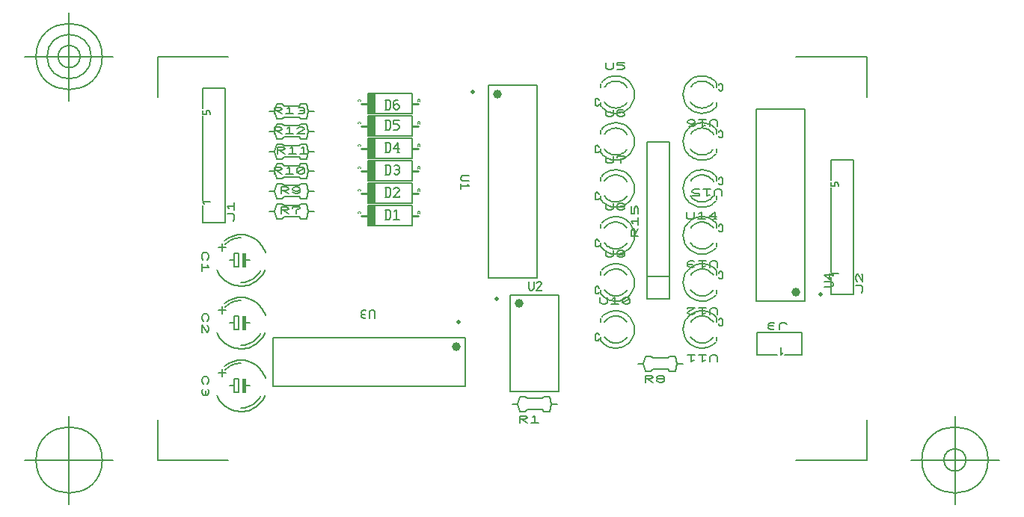
<source format=gbr>
G04 Generated by Ultiboard 14.1 *
%FSLAX34Y34*%
%MOMM*%

%ADD10C,0.0001*%
%ADD11C,0.2032*%
%ADD12C,0.1500*%
%ADD13C,0.1000*%
%ADD14C,0.2540*%
%ADD15C,0.0556*%
%ADD16C,0.1270*%
%ADD17C,0.50000*%
%ADD18C,1.00000*%


G04 ColorRGB FFFF00 for the following layer *
%LNSilkscreen Top*%
%LPD*%
G54D10*
G54D11*
X346851Y217745D02*
X346851Y225304D01*
X352496Y225304D01*
X355318Y223792D01*
X355318Y223036D01*
X352496Y221524D01*
X346851Y221524D01*
X348262Y221524D02*
X355318Y217745D01*
X360962Y223792D02*
X363784Y225304D01*
X363784Y217745D01*
X359551Y217745D02*
X368018Y217745D01*
X352637Y230293D02*
X354753Y232410D01*
X371687Y232410D02*
X354753Y232410D01*
X371687Y245110D02*
X354753Y245110D01*
X352637Y247227D02*
X354753Y245110D01*
X344170Y238760D02*
X346287Y230293D01*
X352637Y230293D01*
X346287Y247227D02*
X352637Y247227D01*
X344170Y238760D02*
X346287Y247227D01*
X344170Y238760D02*
X337820Y238760D01*
X382270Y238760D02*
X380153Y230293D01*
X373803Y230293D02*
X371687Y232410D01*
X380153Y230293D02*
X373803Y230293D01*
X382270Y238760D02*
X388620Y238760D01*
X382270Y238760D02*
X380153Y247227D01*
X373803Y247227D01*
X371687Y245110D01*
X174440Y590620D02*
X174440Y567620D01*
X224440Y567620D02*
X224440Y590620D01*
X174440Y567620D02*
X224440Y567620D01*
X224440Y590620D02*
X174440Y590620D01*
X22044Y445911D02*
X23555Y448733D01*
X23555Y451556D01*
X22044Y454378D01*
X15996Y454378D01*
X17508Y460022D02*
X15996Y462844D01*
X23555Y462844D01*
X23555Y458611D02*
X23555Y467078D01*
X12700Y596900D02*
X12700Y444500D01*
X-12700Y565150D02*
X-12700Y469900D01*
X-12700Y444500D02*
X12700Y444500D01*
X-12700Y467783D02*
X-4233Y467783D01*
X-12700Y463550D02*
X-12700Y444500D01*
X-10583Y465667D02*
X-12700Y467783D01*
X-4233Y569383D02*
X-4241Y569567D01*
X-4265Y569751D01*
X-4305Y569931D01*
X-4361Y570107D01*
X-4432Y570278D01*
X-4517Y570441D01*
X-4616Y570597D01*
X-4729Y570744D01*
X-4853Y570880D01*
X-4989Y571004D01*
X-5136Y571117D01*
X-5292Y571216D01*
X-5455Y571301D01*
X-5626Y571372D01*
X-5802Y571428D01*
X-5982Y571468D01*
X-6166Y571492D01*
X-6350Y571500D01*
X-6534Y571492D01*
X-6718Y571468D01*
X-6898Y571428D01*
X-7074Y571372D01*
X-7245Y571301D01*
X-7408Y571216D01*
X-7564Y571117D01*
X-7711Y571004D01*
X-7847Y570880D01*
X-7971Y570744D01*
X-8084Y570597D01*
X-8183Y570441D01*
X-8268Y570278D01*
X-8339Y570107D01*
X-8395Y569931D01*
X-8435Y569751D01*
X-8459Y569567D01*
X-8467Y569383D01*
X-8467Y567267D02*
X-12700Y567267D01*
X-8467Y567267D02*
X-8467Y569383D01*
X-12700Y596900D02*
X12700Y596900D01*
X-4233Y567267D02*
X-4233Y569383D01*
X-12700Y596900D02*
X-12700Y573617D01*
X-12700Y571500D02*
X-12700Y567267D01*
X-11884Y401602D02*
X-13395Y404424D01*
X-13395Y407247D01*
X-11884Y410069D01*
X-7348Y410069D01*
X-5836Y407247D01*
X-5836Y404424D01*
X-7348Y401602D01*
X-7348Y395958D02*
X-5836Y393136D01*
X-13395Y393136D01*
X-13395Y397369D02*
X-13395Y388902D01*
X23360Y394200D02*
X23360Y409440D01*
X28440Y409440D02*
X28440Y394200D01*
X36060Y409440D02*
X36060Y394200D01*
X33520Y409440D02*
X33520Y394200D01*
X34790Y394200D02*
X34790Y409440D01*
X28440Y394200D02*
X23360Y394200D01*
X36060Y401820D02*
X41140Y401820D01*
X28440Y409440D02*
X23360Y409440D01*
X23360Y401820D02*
X18280Y401820D01*
X5580Y416637D02*
X14047Y416637D01*
X9813Y412403D02*
X9813Y420870D01*
X3513Y391276D02*
X4536Y388922D01*
X5761Y386667D01*
X7177Y384526D01*
X8775Y382518D01*
X10542Y380656D01*
X12464Y378955D01*
X14528Y377428D01*
X16716Y376087D01*
X19013Y374942D01*
X21401Y374001D01*
X23862Y373272D01*
X26377Y372761D01*
X28928Y372470D01*
X31493Y372403D01*
X34055Y372560D01*
X36594Y372939D01*
X39090Y373538D01*
X41524Y374353D01*
X43878Y375376D01*
X46133Y376601D01*
X48274Y378017D01*
X50282Y379615D01*
X52144Y381382D01*
X53845Y383304D01*
X55372Y385368D01*
X56713Y387556D01*
X57858Y389853D01*
X58259Y390798D01*
X30980Y376420D02*
X33194Y376517D01*
X35391Y376806D01*
X37554Y377285D01*
X39667Y377952D01*
X41715Y378800D01*
X43680Y379823D01*
X45549Y381014D01*
X47307Y382362D01*
X48941Y383859D01*
X50438Y385493D01*
X51786Y387251D01*
X52977Y389120D01*
X53612Y390289D01*
X58509Y410236D02*
X57671Y412604D01*
X56629Y414889D01*
X55392Y417075D01*
X53970Y419144D01*
X52373Y421082D01*
X50612Y422873D01*
X48703Y424504D01*
X46658Y425963D01*
X44495Y427237D01*
X42228Y428318D01*
X39876Y429198D01*
X37456Y429869D01*
X34986Y430327D01*
X32487Y430567D01*
X29975Y430589D01*
X27472Y430392D01*
X24995Y429978D01*
X22564Y429349D01*
X20196Y428511D01*
X17911Y427469D01*
X15725Y426232D01*
X13656Y424810D01*
X12094Y423546D01*
X30980Y427220D02*
X28766Y427123D01*
X26569Y426834D01*
X24406Y426355D01*
X22293Y425688D01*
X20245Y424840D01*
X18280Y423817D01*
X16411Y422626D01*
X14653Y421278D01*
X13019Y419781D01*
X174440Y565220D02*
X174440Y542220D01*
X224440Y542220D02*
X224440Y565220D01*
X174440Y542220D02*
X224440Y542220D01*
X224440Y565220D02*
X174440Y565220D01*
X69166Y567436D02*
X69166Y574996D01*
X74811Y574996D01*
X77633Y573484D01*
X77633Y572728D01*
X74811Y571216D01*
X69166Y571216D01*
X70577Y571216D02*
X77633Y567436D01*
X83277Y573484D02*
X86099Y574996D01*
X86099Y567436D01*
X81866Y567436D02*
X90333Y567436D01*
X95977Y574240D02*
X97388Y574996D01*
X100211Y574996D01*
X103033Y573484D01*
X103033Y571972D01*
X101622Y571216D01*
X103033Y570460D01*
X103033Y568948D01*
X100211Y567436D01*
X97388Y567436D01*
X95977Y568192D01*
X97388Y571216D02*
X101622Y571216D01*
X98658Y578715D02*
X96542Y576598D01*
X79608Y576598D02*
X96542Y576598D01*
X79608Y563898D02*
X96542Y563898D01*
X98658Y561782D02*
X96542Y563898D01*
X107125Y570248D02*
X105008Y578715D01*
X98658Y578715D01*
X105008Y561782D02*
X98658Y561782D01*
X107125Y570248D02*
X105008Y561782D01*
X107125Y570248D02*
X113475Y570248D01*
X69025Y570248D02*
X71142Y578715D01*
X77492Y578715D02*
X79608Y576598D01*
X71142Y578715D02*
X77492Y578715D01*
X69025Y570248D02*
X62675Y570248D01*
X69025Y570248D02*
X71142Y561782D01*
X77492Y561782D01*
X79608Y563898D01*
X69166Y544852D02*
X69166Y552412D01*
X74811Y552412D01*
X77633Y550900D01*
X77633Y550144D01*
X74811Y548632D01*
X69166Y548632D01*
X70577Y548632D02*
X77633Y544852D01*
X83277Y550900D02*
X86099Y552412D01*
X86099Y544852D01*
X81866Y544852D02*
X90333Y544852D01*
X94566Y550900D02*
X97388Y552412D01*
X100211Y552412D01*
X103033Y550900D01*
X103033Y550144D01*
X94566Y544852D01*
X103033Y544852D01*
X103033Y545608D01*
X98658Y556131D02*
X96542Y554015D01*
X79608Y554015D02*
X96542Y554015D01*
X79608Y541315D02*
X96542Y541315D01*
X98658Y539198D02*
X96542Y541315D01*
X107125Y547665D02*
X105008Y556131D01*
X98658Y556131D01*
X105008Y539198D02*
X98658Y539198D01*
X107125Y547665D02*
X105008Y539198D01*
X107125Y547665D02*
X113475Y547665D01*
X69025Y547665D02*
X71142Y556131D01*
X77492Y556131D02*
X79608Y554015D01*
X71142Y556131D02*
X77492Y556131D01*
X69025Y547665D02*
X62675Y547665D01*
X69025Y547665D02*
X71142Y539198D01*
X77492Y539198D01*
X79608Y541315D01*
X174440Y539820D02*
X174440Y516820D01*
X224440Y516820D02*
X224440Y539820D01*
X174440Y516820D02*
X224440Y516820D01*
X224440Y539820D02*
X174440Y539820D01*
X72531Y522545D02*
X72531Y530104D01*
X78176Y530104D01*
X80998Y528592D01*
X80998Y527836D01*
X78176Y526324D01*
X72531Y526324D01*
X73942Y526324D02*
X80998Y522545D01*
X86642Y528592D02*
X89464Y530104D01*
X89464Y522545D01*
X85231Y522545D02*
X93698Y522545D01*
X99342Y528592D02*
X102164Y530104D01*
X102164Y522545D01*
X97931Y522545D02*
X106398Y522545D01*
X98658Y533548D02*
X96542Y531431D01*
X79608Y531431D02*
X96542Y531431D01*
X79608Y518731D02*
X96542Y518731D01*
X98658Y516614D02*
X96542Y518731D01*
X107125Y525081D02*
X105008Y533548D01*
X98658Y533548D01*
X105008Y516614D02*
X98658Y516614D01*
X107125Y525081D02*
X105008Y516614D01*
X107125Y525081D02*
X113475Y525081D01*
X69025Y525081D02*
X71142Y533548D01*
X77492Y533548D02*
X79608Y531431D01*
X71142Y533548D02*
X77492Y533548D01*
X69025Y525081D02*
X62675Y525081D01*
X69025Y525081D02*
X71142Y516614D01*
X77492Y516614D01*
X79608Y518731D01*
X174440Y514420D02*
X174440Y491420D01*
X224440Y491420D02*
X224440Y514420D01*
X174440Y491420D02*
X224440Y491420D01*
X224440Y514420D02*
X174440Y514420D01*
X69166Y499685D02*
X69166Y507245D01*
X74811Y507245D01*
X77633Y505733D01*
X77633Y504977D01*
X74811Y503465D01*
X69166Y503465D01*
X70577Y503465D02*
X77633Y499685D01*
X83277Y505733D02*
X86099Y507245D01*
X86099Y499685D01*
X81866Y499685D02*
X90333Y499685D01*
X94566Y505733D02*
X97388Y507245D01*
X100211Y507245D01*
X103033Y505733D01*
X103033Y501197D01*
X100211Y499685D01*
X97388Y499685D01*
X94566Y501197D01*
X94566Y505733D01*
X103033Y505733D02*
X94566Y501197D01*
X98658Y510964D02*
X96542Y508847D01*
X79608Y508847D02*
X96542Y508847D01*
X79608Y496147D02*
X96542Y496147D01*
X98658Y494031D02*
X96542Y496147D01*
X107125Y502497D02*
X105008Y510964D01*
X98658Y510964D01*
X105008Y494031D02*
X98658Y494031D01*
X107125Y502497D02*
X105008Y494031D01*
X107125Y502497D02*
X113475Y502497D01*
X69025Y502497D02*
X71142Y510964D01*
X77492Y510964D02*
X79608Y508847D01*
X71142Y510964D02*
X77492Y510964D01*
X69025Y502497D02*
X62675Y502497D01*
X69025Y502497D02*
X71142Y494031D01*
X77492Y494031D01*
X79608Y496147D01*
X174440Y489020D02*
X174440Y466020D01*
X224440Y466020D02*
X224440Y489020D01*
X174440Y466020D02*
X224440Y466020D01*
X224440Y489020D02*
X174440Y489020D01*
X76786Y477101D02*
X76786Y484661D01*
X82431Y484661D01*
X85253Y483149D01*
X85253Y482393D01*
X82431Y480881D01*
X76786Y480881D01*
X78197Y480881D02*
X85253Y477101D01*
X89486Y478613D02*
X92308Y477101D01*
X95131Y477101D01*
X97953Y478613D01*
X97953Y481637D01*
X97953Y483149D01*
X95131Y484661D01*
X92308Y484661D01*
X89486Y483149D01*
X89486Y481637D01*
X92308Y480125D01*
X95131Y480125D01*
X97953Y481637D01*
X98658Y488380D02*
X96542Y486264D01*
X79608Y486264D02*
X96542Y486264D01*
X79608Y473564D02*
X96542Y473564D01*
X98658Y471447D02*
X96542Y473564D01*
X107125Y479914D02*
X105008Y488380D01*
X98658Y488380D01*
X105008Y471447D02*
X98658Y471447D01*
X107125Y479914D02*
X105008Y471447D01*
X107125Y479914D02*
X113475Y479914D01*
X69025Y479914D02*
X71142Y488380D01*
X77492Y488380D02*
X79608Y486264D01*
X71142Y488380D02*
X77492Y488380D01*
X69025Y479914D02*
X62675Y479914D01*
X69025Y479914D02*
X71142Y471447D01*
X77492Y471447D01*
X79608Y473564D01*
X174440Y463620D02*
X174440Y440620D01*
X224440Y440620D02*
X224440Y463620D01*
X174440Y440620D02*
X224440Y440620D01*
X224440Y463620D02*
X174440Y463620D01*
X76786Y454518D02*
X76786Y462077D01*
X82431Y462077D01*
X85253Y460565D01*
X85253Y459810D01*
X82431Y458298D01*
X76786Y458298D01*
X78197Y458298D02*
X85253Y454518D01*
X93719Y454518D02*
X93719Y458298D01*
X97953Y460565D01*
X97953Y462077D01*
X89486Y462077D01*
X89486Y460565D01*
X98658Y465797D02*
X96542Y463680D01*
X79608Y463680D02*
X96542Y463680D01*
X79608Y450980D02*
X96542Y450980D01*
X98658Y448863D02*
X96542Y450980D01*
X107125Y457330D02*
X105008Y465797D01*
X98658Y465797D01*
X105008Y448863D02*
X98658Y448863D01*
X107125Y457330D02*
X105008Y448863D01*
X107125Y457330D02*
X113475Y457330D01*
X69025Y457330D02*
X71142Y465797D01*
X77492Y465797D02*
X79608Y463680D01*
X71142Y465797D02*
X77492Y465797D01*
X69025Y457330D02*
X62675Y457330D01*
X69025Y457330D02*
X71142Y448863D01*
X77492Y448863D01*
X79608Y450980D01*
X-11384Y332252D02*
X-12895Y335074D01*
X-12895Y337897D01*
X-11384Y340719D01*
X-6848Y340719D01*
X-5336Y337897D01*
X-5336Y335074D01*
X-6848Y332252D01*
X-6848Y328019D02*
X-5336Y325197D01*
X-5336Y322374D01*
X-6848Y319552D01*
X-7604Y319552D01*
X-12895Y328019D01*
X-12895Y319552D01*
X-12140Y319552D01*
X23360Y323080D02*
X23360Y338320D01*
X28440Y338320D02*
X28440Y323080D01*
X36060Y338320D02*
X36060Y323080D01*
X33520Y338320D02*
X33520Y323080D01*
X34790Y323080D02*
X34790Y338320D01*
X28440Y323080D02*
X23360Y323080D01*
X36060Y330700D02*
X41140Y330700D01*
X28440Y338320D02*
X23360Y338320D01*
X23360Y330700D02*
X18280Y330700D01*
X5580Y345517D02*
X14047Y345517D01*
X9813Y341283D02*
X9813Y349750D01*
X3513Y320156D02*
X4536Y317802D01*
X5761Y315547D01*
X7177Y313406D01*
X8775Y311398D01*
X10542Y309536D01*
X12464Y307835D01*
X14528Y306308D01*
X16716Y304967D01*
X19013Y303822D01*
X21401Y302881D01*
X23862Y302152D01*
X26377Y301641D01*
X28928Y301350D01*
X31493Y301283D01*
X34055Y301440D01*
X36594Y301819D01*
X39090Y302418D01*
X41524Y303233D01*
X43878Y304256D01*
X46133Y305481D01*
X48274Y306897D01*
X50282Y308495D01*
X52144Y310262D01*
X53845Y312184D01*
X55372Y314248D01*
X56713Y316436D01*
X57858Y318733D01*
X58259Y319678D01*
X30980Y305300D02*
X33194Y305397D01*
X35391Y305686D01*
X37554Y306165D01*
X39667Y306832D01*
X41715Y307680D01*
X43680Y308703D01*
X45549Y309894D01*
X47307Y311242D01*
X48941Y312739D01*
X50438Y314373D01*
X51786Y316131D01*
X52977Y318000D01*
X53612Y319169D01*
X58509Y339116D02*
X57671Y341484D01*
X56629Y343769D01*
X55392Y345955D01*
X53970Y348024D01*
X52373Y349962D01*
X50612Y351753D01*
X48703Y353384D01*
X46658Y354843D01*
X44495Y356117D01*
X42228Y357198D01*
X39876Y358078D01*
X37456Y358749D01*
X34986Y359207D01*
X32487Y359447D01*
X29975Y359469D01*
X27472Y359272D01*
X24995Y358858D01*
X22564Y358229D01*
X20196Y357391D01*
X17911Y356349D01*
X15725Y355112D01*
X13656Y353690D01*
X12094Y352426D01*
X30980Y356100D02*
X28766Y356003D01*
X26569Y355714D01*
X24406Y355235D01*
X22293Y354568D01*
X20245Y353720D01*
X18280Y352697D01*
X16411Y351506D01*
X14653Y350158D01*
X13019Y348661D01*
X-11384Y261132D02*
X-12895Y263954D01*
X-12895Y266777D01*
X-11384Y269599D01*
X-6848Y269599D01*
X-5336Y266777D01*
X-5336Y263954D01*
X-6848Y261132D01*
X-6092Y255488D02*
X-5336Y254077D01*
X-5336Y251254D01*
X-6848Y248432D01*
X-8360Y248432D01*
X-9116Y249843D01*
X-9872Y248432D01*
X-11384Y248432D01*
X-12895Y251254D01*
X-12895Y254077D01*
X-12140Y255488D01*
X-9116Y254077D02*
X-9116Y249843D01*
X23360Y251960D02*
X23360Y267200D01*
X28440Y267200D02*
X28440Y251960D01*
X36060Y267200D02*
X36060Y251960D01*
X33520Y267200D02*
X33520Y251960D01*
X34790Y251960D02*
X34790Y267200D01*
X28440Y251960D02*
X23360Y251960D01*
X36060Y259580D02*
X41140Y259580D01*
X28440Y267200D02*
X23360Y267200D01*
X23360Y259580D02*
X18280Y259580D01*
X5580Y274397D02*
X14047Y274397D01*
X9813Y270163D02*
X9813Y278630D01*
X3513Y249036D02*
X4536Y246682D01*
X5761Y244427D01*
X7177Y242286D01*
X8775Y240278D01*
X10542Y238416D01*
X12464Y236715D01*
X14528Y235188D01*
X16716Y233847D01*
X19013Y232702D01*
X21401Y231761D01*
X23862Y231032D01*
X26377Y230521D01*
X28928Y230230D01*
X31493Y230163D01*
X34055Y230320D01*
X36594Y230699D01*
X39090Y231298D01*
X41524Y232113D01*
X43878Y233136D01*
X46133Y234361D01*
X48274Y235777D01*
X50282Y237375D01*
X52144Y239142D01*
X53845Y241064D01*
X55372Y243128D01*
X56713Y245316D01*
X57858Y247613D01*
X58259Y248558D01*
X30980Y234180D02*
X33194Y234277D01*
X35391Y234566D01*
X37554Y235045D01*
X39667Y235712D01*
X41715Y236560D01*
X43680Y237583D01*
X45549Y238774D01*
X47307Y240122D01*
X48941Y241619D01*
X50438Y243253D01*
X51786Y245011D01*
X52977Y246880D01*
X53612Y248049D01*
X58509Y267996D02*
X57671Y270364D01*
X56629Y272649D01*
X55392Y274835D01*
X53970Y276904D01*
X52373Y278842D01*
X50612Y280633D01*
X48703Y282264D01*
X46658Y283723D01*
X44495Y284997D01*
X42228Y286078D01*
X39876Y286958D01*
X37456Y287629D01*
X34986Y288087D01*
X32487Y288327D01*
X29975Y288349D01*
X27472Y288152D01*
X24995Y287738D01*
X22564Y287109D01*
X20196Y286271D01*
X17911Y285229D01*
X15725Y283992D01*
X13656Y282570D01*
X12094Y281306D01*
X30980Y284980D02*
X28766Y284883D01*
X26569Y284594D01*
X24406Y284115D01*
X22293Y283448D01*
X20245Y282600D01*
X18280Y281577D01*
X16411Y280386D01*
X14653Y279038D01*
X13019Y277541D01*
X733244Y364631D02*
X734755Y367453D01*
X734755Y370276D01*
X733244Y373098D01*
X727196Y373098D01*
X728708Y377331D02*
X727196Y380153D01*
X727196Y382976D01*
X728708Y385798D01*
X729464Y385798D01*
X734755Y377331D01*
X734755Y385798D01*
X734000Y385798D01*
X723900Y515620D02*
X723900Y363220D01*
X698500Y483870D02*
X698500Y388620D01*
X698500Y363220D02*
X723900Y363220D01*
X698500Y386503D02*
X706967Y386503D01*
X698500Y382270D02*
X698500Y363220D01*
X700617Y384387D02*
X698500Y386503D01*
X706967Y488103D02*
X706959Y488287D01*
X706935Y488471D01*
X706895Y488651D01*
X706839Y488827D01*
X706768Y488998D01*
X706683Y489161D01*
X706584Y489317D01*
X706471Y489464D01*
X706347Y489600D01*
X706211Y489724D01*
X706064Y489837D01*
X705908Y489936D01*
X705745Y490021D01*
X705574Y490092D01*
X705398Y490148D01*
X705218Y490188D01*
X705034Y490212D01*
X704850Y490220D01*
X704666Y490212D01*
X704482Y490188D01*
X704302Y490148D01*
X704126Y490092D01*
X703955Y490021D01*
X703792Y489936D01*
X703636Y489837D01*
X703489Y489724D01*
X703353Y489600D01*
X703229Y489464D01*
X703116Y489317D01*
X703017Y489161D01*
X702932Y488998D01*
X702861Y488827D01*
X702805Y488651D01*
X702765Y488471D01*
X702741Y488287D01*
X702733Y488103D01*
X702733Y485987D02*
X698500Y485987D01*
X702733Y485987D02*
X702733Y488103D01*
X698500Y515620D02*
X723900Y515620D01*
X706967Y485987D02*
X706967Y488103D01*
X698500Y515620D02*
X698500Y492337D01*
X698500Y490220D02*
X698500Y485987D01*
X356596Y377460D02*
X356596Y369460D01*
X358587Y367460D01*
X360578Y367460D01*
X362569Y369460D01*
X362569Y377460D01*
X365556Y375460D02*
X367547Y377460D01*
X369538Y377460D01*
X371529Y375460D01*
X371529Y374460D01*
X365556Y367460D01*
X371529Y367460D01*
X371529Y368460D01*
X390590Y252740D02*
X390590Y361940D01*
X335850Y361940D02*
X335850Y252740D01*
X390590Y361940D02*
X335850Y361940D01*
X335850Y252740D02*
X390590Y252740D01*
X443968Y465963D02*
X443968Y459915D01*
X446791Y458403D01*
X449613Y458403D01*
X452435Y459915D01*
X452435Y465963D01*
X462313Y458403D02*
X459491Y458403D01*
X456668Y459915D01*
X456668Y461427D01*
X458079Y462183D01*
X456668Y462939D01*
X456668Y464451D01*
X459491Y465963D01*
X462313Y465963D01*
X465135Y464451D01*
X465135Y462939D01*
X463724Y462183D01*
X465135Y461427D01*
X465135Y459915D01*
X462313Y458403D01*
X458079Y462183D02*
X463724Y462183D01*
X438353Y416939D02*
X439527Y415514D01*
X440822Y414197D01*
X442226Y412998D01*
X443729Y411925D01*
X445320Y410988D01*
X446987Y410193D01*
X448716Y409547D01*
X450496Y409053D01*
X452311Y408717D01*
X454149Y408540D01*
X455996Y408524D01*
X457837Y408668D01*
X459658Y408973D01*
X461446Y409436D01*
X463186Y410052D01*
X464867Y410818D01*
X466474Y411727D01*
X467996Y412773D01*
X469420Y413947D01*
X470738Y415242D01*
X471937Y416646D01*
X473009Y418149D01*
X473946Y419740D01*
X474741Y421407D01*
X475388Y423136D01*
X475881Y424916D01*
X476218Y426731D01*
X476395Y428570D01*
X476411Y430416D01*
X476266Y432257D01*
X475961Y434078D01*
X475499Y435866D01*
X474883Y437606D01*
X474117Y439287D01*
X473208Y440894D01*
X472162Y442416D01*
X470987Y443841D01*
X469693Y445158D01*
X468289Y446357D01*
X466785Y447429D01*
X465194Y448366D01*
X463528Y449161D01*
X461798Y449808D01*
X460019Y450301D01*
X458203Y450638D01*
X456365Y450815D01*
X454519Y450831D01*
X452678Y450686D01*
X450856Y450381D01*
X449069Y449919D01*
X447328Y449303D01*
X445648Y448537D01*
X444041Y447628D01*
X442519Y446582D01*
X441094Y445407D01*
X439777Y444113D01*
X439527Y443841D01*
X431974Y419094D02*
X431982Y418910D01*
X432006Y418727D01*
X432046Y418546D01*
X432101Y418370D01*
X432172Y418200D01*
X432257Y418036D01*
X432356Y417880D01*
X432469Y417734D01*
X432594Y417598D01*
X432730Y417473D01*
X432876Y417360D01*
X433032Y417261D01*
X433196Y417176D01*
X433366Y417105D01*
X433542Y417050D01*
X433723Y417010D01*
X433906Y416986D01*
X434090Y416978D01*
X434275Y416986D01*
X434458Y417010D01*
X434638Y417050D01*
X434814Y417105D01*
X434985Y417176D01*
X435149Y417261D01*
X435304Y417360D01*
X435451Y417473D01*
X435587Y417598D01*
X435712Y417734D01*
X435824Y417880D01*
X435923Y418036D01*
X436009Y418200D01*
X436079Y418370D01*
X436135Y418546D01*
X436175Y418727D01*
X436199Y418910D01*
X436207Y419094D01*
X436207Y419094D01*
X468039Y437978D02*
X467267Y439060D01*
X466403Y440071D01*
X465455Y441003D01*
X464429Y441848D01*
X463333Y442602D01*
X462176Y443256D01*
X460966Y443808D01*
X459713Y444251D01*
X458426Y444584D01*
X457115Y444804D01*
X455789Y444908D01*
X454460Y444896D01*
X453136Y444769D01*
X451829Y444527D01*
X450548Y444171D01*
X449302Y443706D01*
X448102Y443133D01*
X446957Y442459D01*
X445875Y441687D01*
X444864Y440823D01*
X443932Y439875D01*
X443086Y438849D01*
X442623Y438199D01*
X442476Y421377D02*
X443248Y420295D01*
X444111Y419284D01*
X445060Y418352D01*
X446086Y417506D01*
X447181Y416753D01*
X448338Y416098D01*
X449548Y415547D01*
X450802Y415103D01*
X452089Y414770D01*
X453400Y414551D01*
X454725Y414447D01*
X456055Y414458D01*
X457378Y414586D01*
X458685Y414828D01*
X459967Y415183D01*
X461212Y415649D01*
X462412Y416221D01*
X463558Y416896D01*
X464640Y417668D01*
X465651Y418531D01*
X466583Y419480D01*
X467428Y420506D01*
X467892Y421155D01*
X436207Y423327D02*
X436199Y423512D01*
X436175Y423695D01*
X436135Y423875D01*
X436079Y424051D01*
X436009Y424222D01*
X435923Y424386D01*
X435824Y424541D01*
X435712Y424688D01*
X435587Y424824D01*
X435451Y424949D01*
X435304Y425061D01*
X435149Y425160D01*
X434985Y425246D01*
X434814Y425316D01*
X434638Y425372D01*
X434458Y425412D01*
X434275Y425436D01*
X434090Y425444D01*
X433906Y425436D01*
X433723Y425412D01*
X433542Y425372D01*
X433366Y425316D01*
X433196Y425246D01*
X433032Y425160D01*
X432876Y425061D01*
X432730Y424949D01*
X432594Y424824D01*
X432469Y424688D01*
X432356Y424541D01*
X432257Y424386D01*
X432172Y424222D01*
X432101Y424051D01*
X432046Y423875D01*
X432006Y423695D01*
X431982Y423512D01*
X431974Y423327D01*
X438324Y421211D02*
X438324Y416977D01*
X431974Y419094D02*
X431974Y423327D01*
X438324Y438144D02*
X438324Y442377D01*
X443968Y519201D02*
X443968Y513154D01*
X446791Y511642D01*
X449613Y511642D01*
X452435Y513154D01*
X452435Y519201D01*
X460902Y511642D02*
X460902Y515422D01*
X465135Y517689D01*
X465135Y519201D01*
X456668Y519201D01*
X456668Y517689D01*
X438353Y470177D02*
X439527Y468752D01*
X440822Y467435D01*
X442226Y466236D01*
X443729Y465164D01*
X445320Y464227D01*
X446987Y463432D01*
X448716Y462785D01*
X450496Y462291D01*
X452311Y461955D01*
X454149Y461778D01*
X455996Y461762D01*
X457837Y461907D01*
X459658Y462212D01*
X461446Y462674D01*
X463186Y463290D01*
X464867Y464056D01*
X466474Y464965D01*
X467996Y466011D01*
X469420Y467186D01*
X470738Y468480D01*
X471937Y469884D01*
X473009Y471387D01*
X473946Y472978D01*
X474741Y474645D01*
X475388Y476375D01*
X475881Y478154D01*
X476218Y479970D01*
X476395Y481808D01*
X476411Y483654D01*
X476266Y485495D01*
X475961Y487316D01*
X475499Y489104D01*
X474883Y490845D01*
X474117Y492525D01*
X473208Y494132D01*
X472162Y495654D01*
X470987Y497079D01*
X469693Y498396D01*
X468289Y499595D01*
X466785Y500667D01*
X465194Y501605D01*
X463528Y502400D01*
X461798Y503046D01*
X460019Y503540D01*
X458203Y503876D01*
X456365Y504053D01*
X454519Y504069D01*
X452678Y503925D01*
X450856Y503620D01*
X449069Y503157D01*
X447328Y502541D01*
X445648Y501775D01*
X444041Y500866D01*
X442519Y499820D01*
X441094Y498646D01*
X439777Y497351D01*
X439527Y497079D01*
X431974Y472333D02*
X431982Y472148D01*
X432006Y471965D01*
X432046Y471785D01*
X432101Y471609D01*
X432172Y471438D01*
X432257Y471274D01*
X432356Y471119D01*
X432469Y470972D01*
X432594Y470836D01*
X432730Y470711D01*
X432876Y470599D01*
X433032Y470500D01*
X433196Y470414D01*
X433366Y470344D01*
X433542Y470288D01*
X433723Y470248D01*
X433906Y470224D01*
X434090Y470216D01*
X434275Y470224D01*
X434458Y470248D01*
X434638Y470288D01*
X434814Y470344D01*
X434985Y470414D01*
X435149Y470500D01*
X435304Y470599D01*
X435451Y470711D01*
X435587Y470836D01*
X435712Y470972D01*
X435824Y471119D01*
X435923Y471274D01*
X436009Y471438D01*
X436079Y471609D01*
X436135Y471785D01*
X436175Y471965D01*
X436199Y472148D01*
X436207Y472333D01*
X436207Y472333D01*
X468039Y491216D02*
X467267Y492298D01*
X466403Y493309D01*
X465455Y494241D01*
X464429Y495087D01*
X463333Y495840D01*
X462176Y496495D01*
X460966Y497046D01*
X459713Y497490D01*
X458426Y497823D01*
X457115Y498042D01*
X455789Y498146D01*
X454460Y498135D01*
X453136Y498007D01*
X451829Y497765D01*
X450548Y497410D01*
X449302Y496944D01*
X448102Y496372D01*
X446957Y495697D01*
X445875Y494925D01*
X444864Y494061D01*
X443932Y493113D01*
X443086Y492087D01*
X442623Y491438D01*
X442476Y474615D02*
X443248Y473533D01*
X444111Y472522D01*
X445060Y471590D01*
X446086Y470744D01*
X447181Y469991D01*
X448338Y469337D01*
X449548Y468785D01*
X450802Y468342D01*
X452089Y468009D01*
X453400Y467789D01*
X454725Y467685D01*
X456055Y467697D01*
X457378Y467824D01*
X458685Y468066D01*
X459967Y468422D01*
X461212Y468887D01*
X462412Y469460D01*
X463558Y470134D01*
X464640Y470906D01*
X465651Y471770D01*
X466583Y472718D01*
X467428Y473744D01*
X467892Y474394D01*
X436207Y476566D02*
X436199Y476750D01*
X436175Y476933D01*
X436135Y477113D01*
X436079Y477290D01*
X436009Y477460D01*
X435923Y477624D01*
X435824Y477780D01*
X435712Y477926D01*
X435587Y478062D01*
X435451Y478187D01*
X435304Y478300D01*
X435149Y478399D01*
X434985Y478484D01*
X434814Y478555D01*
X434638Y478610D01*
X434458Y478650D01*
X434275Y478674D01*
X434090Y478682D01*
X433906Y478674D01*
X433723Y478650D01*
X433542Y478610D01*
X433366Y478555D01*
X433196Y478484D01*
X433032Y478399D01*
X432876Y478299D01*
X432730Y478187D01*
X432594Y478062D01*
X432469Y477926D01*
X432356Y477780D01*
X432257Y477624D01*
X432172Y477460D01*
X432101Y477290D01*
X432046Y477113D01*
X432006Y476933D01*
X431982Y476750D01*
X431974Y476566D01*
X438324Y474449D02*
X438324Y470216D01*
X431974Y472332D02*
X431974Y476566D01*
X438324Y491382D02*
X438324Y495616D01*
X443968Y572440D02*
X443968Y566392D01*
X446791Y564880D01*
X449613Y564880D01*
X452435Y566392D01*
X452435Y572440D01*
X463724Y572440D02*
X459491Y572440D01*
X456668Y570928D01*
X456668Y567904D01*
X456668Y566392D01*
X459491Y564880D01*
X462313Y564880D01*
X465135Y566392D01*
X465135Y567904D01*
X462313Y569416D01*
X459491Y569416D01*
X456668Y567904D01*
X438353Y523416D02*
X439527Y521991D01*
X440822Y520674D01*
X442226Y519474D01*
X443729Y518402D01*
X445320Y517465D01*
X446987Y516670D01*
X448716Y516023D01*
X450496Y515530D01*
X452311Y515193D01*
X454149Y515016D01*
X455996Y515000D01*
X457837Y515145D01*
X459658Y515450D01*
X461446Y515912D01*
X463186Y516529D01*
X464867Y517294D01*
X466474Y518204D01*
X467996Y519250D01*
X469420Y520424D01*
X470738Y521718D01*
X471937Y523123D01*
X473009Y524626D01*
X473946Y526217D01*
X474741Y527884D01*
X475388Y529613D01*
X475881Y531393D01*
X476218Y533208D01*
X476395Y535046D01*
X476411Y536893D01*
X476266Y538734D01*
X475961Y540555D01*
X475499Y542343D01*
X474883Y544083D01*
X474117Y545763D01*
X473208Y547371D01*
X472162Y548892D01*
X470987Y550317D01*
X469693Y551634D01*
X468289Y552834D01*
X466785Y553906D01*
X465194Y554843D01*
X463528Y555638D01*
X461798Y556285D01*
X460019Y556778D01*
X458203Y557115D01*
X456365Y557292D01*
X454519Y557308D01*
X452678Y557163D01*
X450856Y556858D01*
X449069Y556396D01*
X447328Y555779D01*
X445648Y555014D01*
X444041Y554104D01*
X442519Y553058D01*
X441094Y551884D01*
X439777Y550590D01*
X439527Y550317D01*
X431974Y525571D02*
X431982Y525387D01*
X432006Y525203D01*
X432046Y525023D01*
X432101Y524847D01*
X432172Y524676D01*
X432257Y524513D01*
X432356Y524357D01*
X432469Y524210D01*
X432594Y524074D01*
X432730Y523950D01*
X432876Y523837D01*
X433032Y523738D01*
X433196Y523653D01*
X433366Y523582D01*
X433542Y523526D01*
X433723Y523486D01*
X433906Y523462D01*
X434090Y523454D01*
X434275Y523462D01*
X434458Y523486D01*
X434638Y523526D01*
X434814Y523582D01*
X434985Y523653D01*
X435149Y523738D01*
X435304Y523837D01*
X435451Y523950D01*
X435587Y524074D01*
X435712Y524210D01*
X435824Y524357D01*
X435923Y524513D01*
X436009Y524676D01*
X436079Y524847D01*
X436135Y525023D01*
X436175Y525203D01*
X436199Y525387D01*
X436207Y525571D01*
X436207Y525571D01*
X468039Y544454D02*
X467267Y545537D01*
X466403Y546548D01*
X465455Y547480D01*
X464429Y548325D01*
X463333Y549078D01*
X462176Y549733D01*
X460966Y550284D01*
X459713Y550728D01*
X458426Y551061D01*
X457115Y551280D01*
X455789Y551385D01*
X454460Y551373D01*
X453136Y551246D01*
X451829Y551003D01*
X450548Y550648D01*
X449302Y550182D01*
X448102Y549610D01*
X446957Y548935D01*
X445875Y548163D01*
X444864Y547300D01*
X443932Y546352D01*
X443086Y545326D01*
X442623Y544676D01*
X442476Y527854D02*
X443248Y526771D01*
X444111Y525760D01*
X445060Y524828D01*
X446086Y523983D01*
X447181Y523230D01*
X448338Y522575D01*
X449548Y522024D01*
X450802Y521580D01*
X452089Y521247D01*
X453400Y521028D01*
X454725Y520923D01*
X456055Y520935D01*
X457378Y521062D01*
X458685Y521305D01*
X459967Y521660D01*
X461212Y522126D01*
X462412Y522698D01*
X463558Y523373D01*
X464640Y524145D01*
X465651Y525008D01*
X466583Y525956D01*
X467428Y526982D01*
X467892Y527632D01*
X436207Y529804D02*
X436199Y529988D01*
X436175Y530172D01*
X436135Y530352D01*
X436079Y530528D01*
X436009Y530699D01*
X435923Y530862D01*
X435824Y531018D01*
X435712Y531165D01*
X435587Y531301D01*
X435451Y531425D01*
X435304Y531538D01*
X435149Y531637D01*
X434985Y531722D01*
X434814Y531793D01*
X434638Y531849D01*
X434458Y531889D01*
X434275Y531913D01*
X434090Y531921D01*
X433906Y531913D01*
X433723Y531889D01*
X433542Y531849D01*
X433366Y531793D01*
X433196Y531722D01*
X433032Y531637D01*
X432876Y531538D01*
X432730Y531425D01*
X432594Y531301D01*
X432469Y531165D01*
X432356Y531018D01*
X432257Y530862D01*
X432172Y530699D01*
X432101Y530528D01*
X432046Y530352D01*
X432006Y530172D01*
X431982Y529988D01*
X431974Y529804D01*
X438324Y527687D02*
X438324Y523454D01*
X431974Y525571D02*
X431974Y529804D01*
X438324Y544621D02*
X438324Y548854D01*
X443968Y625678D02*
X443968Y619630D01*
X446791Y618119D01*
X449613Y618119D01*
X452435Y619630D01*
X452435Y625678D01*
X465135Y625678D02*
X456668Y625678D01*
X456668Y622654D01*
X462313Y622654D01*
X465135Y621142D01*
X465135Y619630D01*
X462313Y618119D01*
X456668Y618119D01*
X438353Y576654D02*
X439527Y575229D01*
X440822Y573912D01*
X442226Y572713D01*
X443729Y571640D01*
X445320Y570703D01*
X446987Y569908D01*
X448716Y569262D01*
X450496Y568768D01*
X452311Y568432D01*
X454149Y568255D01*
X455996Y568239D01*
X457837Y568383D01*
X459658Y568688D01*
X461446Y569151D01*
X463186Y569767D01*
X464867Y570533D01*
X466474Y571442D01*
X467996Y572488D01*
X469420Y573662D01*
X470738Y574957D01*
X471937Y576361D01*
X473009Y577864D01*
X473946Y579455D01*
X474741Y581122D01*
X475388Y582852D01*
X475881Y584631D01*
X476218Y586447D01*
X476395Y588285D01*
X476411Y590131D01*
X476266Y591972D01*
X475961Y593793D01*
X475499Y595581D01*
X474883Y597322D01*
X474117Y599002D01*
X473208Y600609D01*
X472162Y602131D01*
X470987Y603556D01*
X469693Y604873D01*
X468289Y606072D01*
X466785Y607144D01*
X465194Y608081D01*
X463528Y608876D01*
X461798Y609523D01*
X460019Y610017D01*
X458203Y610353D01*
X456365Y610530D01*
X454519Y610546D01*
X452678Y610401D01*
X450856Y610096D01*
X449069Y609634D01*
X447328Y609018D01*
X445648Y608252D01*
X444041Y607343D01*
X442519Y606297D01*
X441094Y605122D01*
X439777Y603828D01*
X439527Y603556D01*
X438324Y580926D02*
X438324Y576692D01*
X431974Y578809D02*
X431974Y583042D01*
X431974Y578809D02*
X431982Y578625D01*
X432006Y578442D01*
X432046Y578262D01*
X432101Y578085D01*
X432172Y577915D01*
X432257Y577751D01*
X432356Y577595D01*
X432469Y577449D01*
X432594Y577313D01*
X432730Y577188D01*
X432876Y577075D01*
X433032Y576976D01*
X433196Y576891D01*
X433366Y576820D01*
X433542Y576765D01*
X433723Y576725D01*
X433906Y576701D01*
X434090Y576693D01*
X434275Y576701D01*
X434458Y576725D01*
X434638Y576765D01*
X434814Y576820D01*
X434985Y576891D01*
X435149Y576976D01*
X435304Y577075D01*
X435451Y577188D01*
X435587Y577313D01*
X435712Y577449D01*
X435824Y577595D01*
X435923Y577751D01*
X436009Y577915D01*
X436079Y578085D01*
X436135Y578262D01*
X436175Y578442D01*
X436199Y578625D01*
X436207Y578809D01*
X436207Y578809D01*
X438324Y597859D02*
X438324Y602092D01*
X468039Y597693D02*
X467267Y598775D01*
X466403Y599786D01*
X465455Y600718D01*
X464429Y601564D01*
X463333Y602317D01*
X462176Y602971D01*
X460966Y603523D01*
X459713Y603966D01*
X458426Y604299D01*
X457115Y604519D01*
X455789Y604623D01*
X454460Y604611D01*
X453136Y604484D01*
X451829Y604242D01*
X450548Y603886D01*
X449302Y603421D01*
X448102Y602848D01*
X446957Y602174D01*
X445875Y601402D01*
X444864Y600538D01*
X443932Y599590D01*
X443086Y598564D01*
X442623Y597914D01*
X442476Y581092D02*
X443248Y580010D01*
X444111Y578999D01*
X445060Y578067D01*
X446086Y577221D01*
X447181Y576468D01*
X448338Y575813D01*
X449548Y575262D01*
X450802Y574818D01*
X452089Y574485D01*
X453400Y574266D01*
X454725Y574162D01*
X456055Y574173D01*
X457378Y574301D01*
X458685Y574543D01*
X459967Y574898D01*
X461212Y575364D01*
X462412Y575936D01*
X463558Y576611D01*
X464640Y577383D01*
X465651Y578247D01*
X466583Y579195D01*
X467428Y580221D01*
X467892Y580870D01*
X436207Y583042D02*
X436199Y583227D01*
X436175Y583410D01*
X436135Y583590D01*
X436079Y583766D01*
X436009Y583937D01*
X435923Y584101D01*
X435824Y584256D01*
X435712Y584403D01*
X435587Y584539D01*
X435451Y584664D01*
X435304Y584776D01*
X435149Y584875D01*
X434985Y584961D01*
X434814Y585031D01*
X434638Y585087D01*
X434458Y585127D01*
X434275Y585151D01*
X434090Y585159D01*
X433906Y585151D01*
X433723Y585127D01*
X433542Y585087D01*
X433366Y585031D01*
X433196Y584961D01*
X433032Y584875D01*
X432876Y584776D01*
X432730Y584664D01*
X432594Y584539D01*
X432469Y584403D01*
X432356Y584256D01*
X432257Y584101D01*
X432172Y583937D01*
X432101Y583766D01*
X432046Y583590D01*
X432006Y583410D01*
X431982Y583227D01*
X431974Y583042D01*
X437618Y359486D02*
X437618Y353439D01*
X440441Y351927D01*
X443263Y351927D01*
X446085Y353439D01*
X446085Y359486D01*
X451729Y357974D02*
X454552Y359486D01*
X454552Y351927D01*
X450318Y351927D02*
X458785Y351927D01*
X463018Y357974D02*
X465841Y359486D01*
X468663Y359486D01*
X471485Y357974D01*
X471485Y353439D01*
X468663Y351927D01*
X465841Y351927D01*
X463018Y353439D01*
X463018Y357974D01*
X471485Y357974D02*
X463018Y353439D01*
X438353Y310462D02*
X439527Y309037D01*
X440822Y307720D01*
X442226Y306521D01*
X443729Y305449D01*
X445320Y304512D01*
X446987Y303717D01*
X448716Y303070D01*
X450496Y302576D01*
X452311Y302240D01*
X454149Y302063D01*
X455996Y302047D01*
X457837Y302192D01*
X459658Y302496D01*
X461446Y302959D01*
X463186Y303575D01*
X464867Y304341D01*
X466474Y305250D01*
X467996Y306296D01*
X469420Y307471D01*
X470738Y308765D01*
X471937Y310169D01*
X473009Y311672D01*
X473946Y313263D01*
X474741Y314930D01*
X475388Y316660D01*
X475881Y318439D01*
X476218Y320255D01*
X476395Y322093D01*
X476411Y323939D01*
X476266Y325780D01*
X475961Y327601D01*
X475499Y329389D01*
X474883Y331130D01*
X474117Y332810D01*
X473208Y334417D01*
X472162Y335939D01*
X470987Y337364D01*
X469693Y338681D01*
X468289Y339880D01*
X466785Y340952D01*
X465194Y341890D01*
X463528Y342685D01*
X461798Y343331D01*
X460019Y343825D01*
X458203Y344161D01*
X456365Y344338D01*
X454519Y344354D01*
X452678Y344209D01*
X450856Y343905D01*
X449069Y343442D01*
X447328Y342826D01*
X445648Y342060D01*
X444041Y341151D01*
X442519Y340105D01*
X441094Y338930D01*
X439777Y337636D01*
X439527Y337364D01*
X431974Y312618D02*
X431982Y312433D01*
X432006Y312250D01*
X432046Y312070D01*
X432101Y311894D01*
X432172Y311723D01*
X432257Y311559D01*
X432356Y311403D01*
X432469Y311257D01*
X432594Y311121D01*
X432730Y310996D01*
X432876Y310884D01*
X433032Y310784D01*
X433196Y310699D01*
X433366Y310629D01*
X433542Y310573D01*
X433723Y310533D01*
X433906Y310509D01*
X434090Y310501D01*
X434275Y310509D01*
X434458Y310533D01*
X434638Y310573D01*
X434814Y310629D01*
X434985Y310699D01*
X435149Y310784D01*
X435304Y310884D01*
X435451Y310996D01*
X435587Y311121D01*
X435712Y311257D01*
X435824Y311403D01*
X435923Y311559D01*
X436009Y311723D01*
X436079Y311894D01*
X436135Y312070D01*
X436175Y312250D01*
X436199Y312433D01*
X436207Y312618D01*
X436207Y312618D01*
X468039Y331501D02*
X467267Y332583D01*
X466403Y333594D01*
X465455Y334526D01*
X464429Y335372D01*
X463333Y336125D01*
X462176Y336779D01*
X460966Y337331D01*
X459713Y337775D01*
X458426Y338108D01*
X457115Y338327D01*
X455789Y338431D01*
X454460Y338420D01*
X453136Y338292D01*
X451829Y338050D01*
X450548Y337695D01*
X449302Y337229D01*
X448102Y336657D01*
X446957Y335982D01*
X445875Y335210D01*
X444864Y334346D01*
X443932Y333398D01*
X443086Y332372D01*
X442623Y331723D01*
X442476Y314900D02*
X443248Y313818D01*
X444111Y312807D01*
X445060Y311875D01*
X446086Y311029D01*
X447181Y310276D01*
X448338Y309622D01*
X449548Y309070D01*
X450802Y308626D01*
X452089Y308294D01*
X453400Y308074D01*
X454725Y307970D01*
X456055Y307981D01*
X457378Y308109D01*
X458685Y308351D01*
X459967Y308706D01*
X461212Y309172D01*
X462412Y309744D01*
X463558Y310419D01*
X464640Y311191D01*
X465651Y312055D01*
X466583Y313003D01*
X467428Y314029D01*
X467892Y314678D01*
X436207Y316851D02*
X436199Y317035D01*
X436175Y317218D01*
X436135Y317398D01*
X436079Y317575D01*
X436009Y317745D01*
X435923Y317909D01*
X435824Y318065D01*
X435712Y318211D01*
X435587Y318347D01*
X435451Y318472D01*
X435304Y318584D01*
X435149Y318684D01*
X434985Y318769D01*
X434814Y318840D01*
X434638Y318895D01*
X434458Y318935D01*
X434275Y318959D01*
X434090Y318967D01*
X433906Y318959D01*
X433723Y318935D01*
X433542Y318895D01*
X433366Y318840D01*
X433196Y318769D01*
X433032Y318684D01*
X432876Y318584D01*
X432730Y318472D01*
X432594Y318347D01*
X432469Y318211D01*
X432356Y318065D01*
X432257Y317909D01*
X432172Y317745D01*
X432101Y317574D01*
X432046Y317398D01*
X432006Y317218D01*
X431982Y317035D01*
X431974Y316851D01*
X438324Y314734D02*
X438324Y310501D01*
X431974Y312617D02*
X431974Y316851D01*
X438324Y331667D02*
X438324Y335901D01*
X489091Y263465D02*
X489091Y271024D01*
X494736Y271024D01*
X497558Y269512D01*
X497558Y268756D01*
X494736Y267244D01*
X489091Y267244D01*
X490502Y267244D02*
X497558Y263465D01*
X507436Y263465D02*
X504613Y263465D01*
X501791Y264976D01*
X501791Y266488D01*
X503202Y267244D01*
X501791Y268000D01*
X501791Y269512D01*
X504613Y271024D01*
X507436Y271024D01*
X510258Y269512D01*
X510258Y268000D01*
X508847Y267244D01*
X510258Y266488D01*
X510258Y264976D01*
X507436Y263465D01*
X503202Y267244D02*
X508847Y267244D01*
X494877Y276013D02*
X496993Y278130D01*
X513927Y278130D02*
X496993Y278130D01*
X513927Y290830D02*
X496993Y290830D01*
X494877Y292947D02*
X496993Y290830D01*
X486410Y284480D02*
X488527Y276013D01*
X494877Y276013D01*
X488527Y292947D02*
X494877Y292947D01*
X486410Y284480D02*
X488527Y292947D01*
X486410Y284480D02*
X480060Y284480D01*
X524510Y284480D02*
X522393Y276013D01*
X516043Y276013D02*
X513927Y278130D01*
X522393Y276013D02*
X516043Y276013D01*
X524510Y284480D02*
X530860Y284480D01*
X524510Y284480D02*
X522393Y292947D01*
X516043Y292947D01*
X513927Y290830D01*
X289389Y497345D02*
X281389Y497345D01*
X279389Y495354D01*
X279389Y493363D01*
X281389Y491372D01*
X289389Y491372D01*
X287389Y487389D02*
X289389Y485398D01*
X279389Y485398D01*
X279389Y488385D02*
X279389Y482412D01*
X366068Y381917D02*
X366068Y599917D01*
X311368Y599917D02*
X311368Y381917D01*
X366068Y599917D02*
X311368Y599917D01*
X311368Y381917D02*
X366068Y381917D01*
X648829Y329384D02*
X646007Y330895D01*
X643184Y330895D01*
X640362Y329384D01*
X640362Y323336D01*
X634718Y324092D02*
X633307Y323336D01*
X630484Y323336D01*
X627662Y324848D01*
X627662Y326360D01*
X629073Y327116D01*
X627662Y327872D01*
X627662Y329384D01*
X630484Y330895D01*
X633307Y330895D01*
X634718Y330140D01*
X633307Y327116D02*
X629073Y327116D01*
X614680Y320040D02*
X665480Y320040D01*
X646430Y294640D02*
X665480Y294640D01*
X665480Y320040D01*
X614680Y294640D02*
X637963Y294640D01*
X642197Y294640D02*
X642197Y303107D01*
X644313Y296757D02*
X642197Y294640D01*
X614680Y294640D02*
X614680Y320040D01*
X182385Y335451D02*
X182385Y343451D01*
X180394Y345451D01*
X178403Y345451D01*
X176412Y343451D01*
X176412Y335451D01*
X172429Y336451D02*
X171434Y335451D01*
X169443Y335451D01*
X167452Y337451D01*
X167452Y339451D01*
X168447Y340451D01*
X167452Y341451D01*
X167452Y343451D01*
X169443Y345451D01*
X171434Y345451D01*
X172429Y344451D01*
X171434Y340451D02*
X168447Y340451D01*
X66957Y258772D02*
X284957Y258772D01*
X284957Y313472D02*
X66957Y313472D01*
X284957Y258772D02*
X284957Y313472D01*
X66957Y313472D02*
X66957Y258772D01*
X570455Y286915D02*
X570455Y292962D01*
X567633Y294474D01*
X564811Y294474D01*
X561989Y292962D01*
X561989Y286915D01*
X556344Y288427D02*
X553522Y286915D01*
X553522Y294474D01*
X557755Y294474D02*
X549289Y294474D01*
X543644Y288427D02*
X540822Y286915D01*
X540822Y294474D01*
X545055Y294474D02*
X536589Y294474D01*
X569721Y335939D02*
X568546Y337364D01*
X567252Y338681D01*
X565848Y339880D01*
X564345Y340952D01*
X562754Y341890D01*
X561087Y342685D01*
X559357Y343331D01*
X557578Y343825D01*
X555762Y344161D01*
X553924Y344338D01*
X552078Y344354D01*
X550237Y344209D01*
X548416Y343905D01*
X546628Y343442D01*
X544887Y342826D01*
X543207Y342060D01*
X541600Y341151D01*
X540078Y340105D01*
X538653Y338930D01*
X537336Y337636D01*
X536137Y336232D01*
X535065Y334729D01*
X534127Y333138D01*
X533332Y331471D01*
X532686Y329741D01*
X532192Y327962D01*
X531856Y326146D01*
X531679Y324308D01*
X531663Y322462D01*
X531808Y320621D01*
X532112Y318800D01*
X532575Y317012D01*
X533191Y315271D01*
X533957Y313591D01*
X534866Y311984D01*
X535912Y310462D01*
X537086Y309037D01*
X538381Y307720D01*
X539785Y306521D01*
X541288Y305449D01*
X542879Y304512D01*
X544546Y303717D01*
X546276Y303070D01*
X548055Y302576D01*
X549871Y302240D01*
X551709Y302063D01*
X553555Y302047D01*
X555396Y302192D01*
X557217Y302496D01*
X559005Y302959D01*
X560746Y303575D01*
X562426Y304341D01*
X564033Y305250D01*
X565555Y306296D01*
X566980Y307471D01*
X568297Y308765D01*
X568546Y309037D01*
X576100Y333784D02*
X576092Y333968D01*
X576068Y334151D01*
X576028Y334331D01*
X575972Y334507D01*
X575902Y334678D01*
X575816Y334842D01*
X575717Y334998D01*
X575605Y335144D01*
X575480Y335280D01*
X575344Y335405D01*
X575197Y335517D01*
X575042Y335617D01*
X574878Y335702D01*
X574707Y335773D01*
X574531Y335828D01*
X574351Y335868D01*
X574168Y335892D01*
X573983Y335900D01*
X573799Y335892D01*
X573616Y335868D01*
X573436Y335828D01*
X573259Y335773D01*
X573089Y335702D01*
X572925Y335617D01*
X572769Y335517D01*
X572623Y335405D01*
X572487Y335280D01*
X572362Y335144D01*
X572250Y334998D01*
X572150Y334842D01*
X572065Y334678D01*
X571994Y334507D01*
X571939Y334331D01*
X571899Y334151D01*
X571875Y333968D01*
X571867Y333784D01*
X571867Y333784D01*
X540035Y314900D02*
X540807Y313818D01*
X541671Y312807D01*
X542619Y311875D01*
X543645Y311029D01*
X544740Y310276D01*
X545898Y309622D01*
X547107Y309070D01*
X548361Y308626D01*
X549648Y308294D01*
X550959Y308074D01*
X552285Y307970D01*
X553614Y307981D01*
X554937Y308109D01*
X556245Y308351D01*
X557526Y308706D01*
X558771Y309172D01*
X559971Y309744D01*
X561117Y310419D01*
X562199Y311191D01*
X563210Y312055D01*
X564142Y313003D01*
X564988Y314029D01*
X565451Y314678D01*
X565598Y331501D02*
X564826Y332583D01*
X563962Y333594D01*
X563014Y334526D01*
X561988Y335372D01*
X560892Y336125D01*
X559735Y336779D01*
X558525Y337331D01*
X557272Y337775D01*
X555985Y338108D01*
X554674Y338327D01*
X553348Y338431D01*
X552019Y338420D01*
X550695Y338292D01*
X549388Y338050D01*
X548107Y337695D01*
X546862Y337229D01*
X545662Y336657D01*
X544516Y335982D01*
X543434Y335210D01*
X542423Y334346D01*
X541491Y333398D01*
X540645Y332372D01*
X540182Y331723D01*
X571867Y329551D02*
X571875Y329366D01*
X571899Y329183D01*
X571939Y329003D01*
X571994Y328827D01*
X572065Y328656D01*
X572150Y328492D01*
X572250Y328336D01*
X572362Y328190D01*
X572487Y328054D01*
X572623Y327929D01*
X572769Y327817D01*
X572925Y327717D01*
X573089Y327632D01*
X573259Y327562D01*
X573436Y327506D01*
X573616Y327466D01*
X573799Y327442D01*
X573983Y327434D01*
X574168Y327442D01*
X574351Y327466D01*
X574531Y327506D01*
X574707Y327562D01*
X574878Y327632D01*
X575042Y327717D01*
X575197Y327817D01*
X575344Y327929D01*
X575480Y328054D01*
X575605Y328190D01*
X575717Y328336D01*
X575816Y328492D01*
X575902Y328656D01*
X575972Y328827D01*
X576028Y329003D01*
X576068Y329183D01*
X576092Y329366D01*
X576100Y329551D01*
X569750Y331667D02*
X569750Y335901D01*
X576100Y333784D02*
X576100Y329551D01*
X569750Y314734D02*
X569750Y310501D01*
X570455Y393392D02*
X570455Y399439D01*
X567633Y400951D01*
X564811Y400951D01*
X561989Y399439D01*
X561989Y393392D01*
X556344Y394903D02*
X553522Y393392D01*
X553522Y400951D01*
X557755Y400951D02*
X549289Y400951D01*
X543644Y394148D02*
X542233Y393392D01*
X539411Y393392D01*
X536589Y394903D01*
X536589Y396415D01*
X538000Y397171D01*
X536589Y397927D01*
X536589Y399439D01*
X539411Y400951D01*
X542233Y400951D01*
X543644Y400195D01*
X542233Y397171D02*
X538000Y397171D01*
X569721Y442416D02*
X568546Y443841D01*
X567252Y445158D01*
X565848Y446357D01*
X564345Y447429D01*
X562754Y448366D01*
X561087Y449161D01*
X559357Y449808D01*
X557578Y450301D01*
X555762Y450638D01*
X553924Y450815D01*
X552078Y450831D01*
X550237Y450686D01*
X548416Y450381D01*
X546628Y449919D01*
X544887Y449303D01*
X543207Y448537D01*
X541600Y447628D01*
X540078Y446582D01*
X538653Y445407D01*
X537336Y444113D01*
X536137Y442709D01*
X535065Y441205D01*
X534127Y439614D01*
X533332Y437948D01*
X532686Y436218D01*
X532192Y434439D01*
X531856Y432623D01*
X531679Y430785D01*
X531663Y428939D01*
X531808Y427098D01*
X532112Y425276D01*
X532575Y423489D01*
X533191Y421748D01*
X533957Y420068D01*
X534866Y418461D01*
X535912Y416939D01*
X537086Y415514D01*
X538381Y414197D01*
X539785Y412998D01*
X541288Y411925D01*
X542879Y410988D01*
X544546Y410193D01*
X546276Y409547D01*
X548055Y409053D01*
X549871Y408717D01*
X551709Y408540D01*
X553555Y408524D01*
X555396Y408668D01*
X557217Y408973D01*
X559005Y409436D01*
X560746Y410052D01*
X562426Y410818D01*
X564033Y411727D01*
X565555Y412773D01*
X566980Y413947D01*
X568297Y415242D01*
X568546Y415514D01*
X576100Y440260D02*
X576092Y440445D01*
X576068Y440628D01*
X576028Y440808D01*
X575972Y440984D01*
X575902Y441155D01*
X575816Y441319D01*
X575717Y441474D01*
X575605Y441621D01*
X575480Y441757D01*
X575344Y441882D01*
X575197Y441994D01*
X575042Y442093D01*
X574878Y442179D01*
X574707Y442249D01*
X574531Y442305D01*
X574351Y442345D01*
X574168Y442369D01*
X573983Y442377D01*
X573799Y442369D01*
X573616Y442345D01*
X573436Y442305D01*
X573259Y442249D01*
X573089Y442179D01*
X572925Y442093D01*
X572769Y441994D01*
X572623Y441882D01*
X572487Y441757D01*
X572362Y441621D01*
X572250Y441474D01*
X572150Y441319D01*
X572065Y441155D01*
X571994Y440984D01*
X571939Y440808D01*
X571899Y440628D01*
X571875Y440445D01*
X571867Y440260D01*
X571867Y440260D01*
X540035Y421377D02*
X540807Y420295D01*
X541671Y419284D01*
X542619Y418352D01*
X543645Y417506D01*
X544740Y416753D01*
X545898Y416098D01*
X547107Y415547D01*
X548361Y415103D01*
X549648Y414770D01*
X550959Y414551D01*
X552285Y414447D01*
X553614Y414458D01*
X554937Y414586D01*
X556245Y414828D01*
X557526Y415183D01*
X558771Y415649D01*
X559971Y416221D01*
X561117Y416896D01*
X562199Y417668D01*
X563210Y418531D01*
X564142Y419480D01*
X564988Y420506D01*
X565451Y421155D01*
X565598Y437978D02*
X564826Y439060D01*
X563962Y440071D01*
X563014Y441003D01*
X561988Y441848D01*
X560892Y442602D01*
X559735Y443256D01*
X558525Y443808D01*
X557272Y444251D01*
X555985Y444584D01*
X554674Y444804D01*
X553348Y444908D01*
X552019Y444896D01*
X550695Y444769D01*
X549388Y444527D01*
X548107Y444171D01*
X546862Y443706D01*
X545662Y443133D01*
X544516Y442459D01*
X543434Y441687D01*
X542423Y440823D01*
X541491Y439875D01*
X540645Y438849D01*
X540182Y438199D01*
X571867Y436027D02*
X571875Y435843D01*
X571899Y435660D01*
X571939Y435479D01*
X571994Y435303D01*
X572065Y435133D01*
X572150Y434969D01*
X572250Y434813D01*
X572362Y434667D01*
X572487Y434531D01*
X572623Y434406D01*
X572769Y434293D01*
X572925Y434194D01*
X573089Y434109D01*
X573259Y434038D01*
X573436Y433983D01*
X573616Y433943D01*
X573799Y433919D01*
X573983Y433911D01*
X574168Y433919D01*
X574351Y433943D01*
X574531Y433983D01*
X574707Y434038D01*
X574878Y434109D01*
X575042Y434194D01*
X575197Y434293D01*
X575344Y434406D01*
X575480Y434531D01*
X575605Y434667D01*
X575717Y434813D01*
X575816Y434969D01*
X575902Y435133D01*
X575972Y435303D01*
X576028Y435479D01*
X576068Y435660D01*
X576092Y435843D01*
X576100Y436027D01*
X569750Y438144D02*
X569750Y442377D01*
X576100Y440261D02*
X576100Y436027D01*
X569750Y421211D02*
X569750Y416977D01*
X535177Y455701D02*
X535177Y449654D01*
X538000Y448142D01*
X540822Y448142D01*
X543644Y449654D01*
X543644Y455701D01*
X549289Y454189D02*
X552111Y455701D01*
X552111Y448142D01*
X547877Y448142D02*
X556344Y448142D01*
X569044Y451166D02*
X560577Y451166D01*
X567633Y455701D01*
X567633Y448142D01*
X566222Y448142D02*
X569044Y448142D01*
X569721Y495654D02*
X568546Y497079D01*
X567252Y498396D01*
X565848Y499595D01*
X564345Y500667D01*
X562754Y501605D01*
X561087Y502400D01*
X559357Y503046D01*
X557578Y503540D01*
X555762Y503876D01*
X553924Y504053D01*
X552078Y504069D01*
X550237Y503925D01*
X548416Y503620D01*
X546628Y503157D01*
X544887Y502541D01*
X543207Y501775D01*
X541600Y500866D01*
X540078Y499820D01*
X538653Y498646D01*
X537336Y497351D01*
X536137Y495947D01*
X535065Y494444D01*
X534127Y492853D01*
X533332Y491186D01*
X532686Y489456D01*
X532192Y487677D01*
X531856Y485861D01*
X531679Y484023D01*
X531663Y482177D01*
X531808Y480336D01*
X532112Y478515D01*
X532575Y476727D01*
X533191Y474986D01*
X533957Y473306D01*
X534866Y471699D01*
X535912Y470177D01*
X537086Y468752D01*
X538381Y467435D01*
X539785Y466236D01*
X541288Y465164D01*
X542879Y464227D01*
X544546Y463432D01*
X546276Y462785D01*
X548055Y462291D01*
X549871Y461955D01*
X551709Y461778D01*
X553555Y461762D01*
X555396Y461907D01*
X557217Y462212D01*
X559005Y462674D01*
X560746Y463290D01*
X562426Y464056D01*
X564033Y464965D01*
X565555Y466011D01*
X566980Y467186D01*
X568297Y468480D01*
X568546Y468752D01*
X576100Y493499D02*
X576092Y493683D01*
X576068Y493866D01*
X576028Y494046D01*
X575972Y494223D01*
X575902Y494393D01*
X575816Y494557D01*
X575717Y494713D01*
X575605Y494859D01*
X575480Y494995D01*
X575344Y495120D01*
X575197Y495232D01*
X575042Y495332D01*
X574878Y495417D01*
X574707Y495488D01*
X574531Y495543D01*
X574351Y495583D01*
X574168Y495607D01*
X573983Y495615D01*
X573799Y495607D01*
X573616Y495583D01*
X573436Y495543D01*
X573259Y495488D01*
X573089Y495417D01*
X572925Y495332D01*
X572769Y495233D01*
X572623Y495120D01*
X572487Y494995D01*
X572362Y494859D01*
X572250Y494713D01*
X572150Y494557D01*
X572065Y494393D01*
X571994Y494223D01*
X571939Y494046D01*
X571899Y493866D01*
X571875Y493683D01*
X571867Y493499D01*
X571867Y493499D01*
X540035Y474615D02*
X540807Y473533D01*
X541671Y472522D01*
X542619Y471590D01*
X543645Y470744D01*
X544740Y469991D01*
X545898Y469337D01*
X547107Y468785D01*
X548361Y468342D01*
X549648Y468009D01*
X550959Y467789D01*
X552285Y467685D01*
X553614Y467697D01*
X554937Y467824D01*
X556245Y468066D01*
X557526Y468422D01*
X558771Y468887D01*
X559971Y469460D01*
X561117Y470134D01*
X562199Y470906D01*
X563210Y471770D01*
X564142Y472718D01*
X564988Y473744D01*
X565451Y474394D01*
X565598Y491216D02*
X564826Y492298D01*
X563962Y493309D01*
X563014Y494241D01*
X561988Y495087D01*
X560892Y495840D01*
X559735Y496495D01*
X558525Y497046D01*
X557272Y497490D01*
X555985Y497823D01*
X554674Y498042D01*
X553348Y498146D01*
X552019Y498135D01*
X550695Y498007D01*
X549388Y497765D01*
X548107Y497410D01*
X546862Y496944D01*
X545662Y496372D01*
X544516Y495697D01*
X543434Y494925D01*
X542423Y494061D01*
X541491Y493113D01*
X540645Y492087D01*
X540182Y491438D01*
X571867Y489266D02*
X571875Y489081D01*
X571899Y488898D01*
X571939Y488718D01*
X571994Y488542D01*
X572065Y488371D01*
X572150Y488207D01*
X572250Y488052D01*
X572362Y487905D01*
X572487Y487769D01*
X572623Y487644D01*
X572769Y487532D01*
X572925Y487433D01*
X573089Y487347D01*
X573259Y487277D01*
X573436Y487221D01*
X573616Y487181D01*
X573799Y487157D01*
X573983Y487149D01*
X574168Y487157D01*
X574351Y487181D01*
X574531Y487221D01*
X574707Y487277D01*
X574878Y487347D01*
X575042Y487433D01*
X575197Y487532D01*
X575344Y487644D01*
X575480Y487769D01*
X575605Y487905D01*
X575717Y488052D01*
X575816Y488207D01*
X575902Y488371D01*
X575972Y488542D01*
X576028Y488718D01*
X576068Y488898D01*
X576092Y489081D01*
X576100Y489266D01*
X569750Y491382D02*
X569750Y495616D01*
X576100Y493499D02*
X576100Y489266D01*
X569750Y474449D02*
X569750Y470216D01*
X575535Y474468D02*
X575535Y480516D01*
X572713Y482028D01*
X569891Y482028D01*
X567069Y480516D01*
X567069Y474468D01*
X561424Y475980D02*
X558602Y474468D01*
X558602Y482028D01*
X562835Y482028D02*
X554369Y482028D01*
X541669Y474468D02*
X550135Y474468D01*
X550135Y477492D01*
X544491Y477492D01*
X541669Y479004D01*
X541669Y480516D01*
X544491Y482028D01*
X550135Y482028D01*
X569721Y548892D02*
X568546Y550317D01*
X567252Y551634D01*
X565848Y552834D01*
X564345Y553906D01*
X562754Y554843D01*
X561087Y555638D01*
X559357Y556285D01*
X557578Y556778D01*
X555762Y557115D01*
X553924Y557292D01*
X552078Y557308D01*
X550237Y557163D01*
X548416Y556858D01*
X546628Y556396D01*
X544887Y555779D01*
X543207Y555014D01*
X541600Y554104D01*
X540078Y553058D01*
X538653Y551884D01*
X537336Y550590D01*
X536137Y549185D01*
X535065Y547682D01*
X534127Y546091D01*
X533332Y544424D01*
X532686Y542695D01*
X532192Y540915D01*
X531856Y539100D01*
X531679Y537262D01*
X531663Y535415D01*
X531808Y533574D01*
X532112Y531753D01*
X532575Y529965D01*
X533191Y528225D01*
X533957Y526545D01*
X534866Y524937D01*
X535912Y523416D01*
X537086Y521991D01*
X538381Y520674D01*
X539785Y519474D01*
X541288Y518402D01*
X542879Y517465D01*
X544546Y516670D01*
X546276Y516023D01*
X548055Y515530D01*
X549871Y515193D01*
X551709Y515016D01*
X553555Y515000D01*
X555396Y515145D01*
X557217Y515450D01*
X559005Y515912D01*
X560746Y516529D01*
X562426Y517294D01*
X564033Y518204D01*
X565555Y519250D01*
X566980Y520424D01*
X568297Y521718D01*
X568546Y521991D01*
X576100Y546737D02*
X576092Y546921D01*
X576068Y547105D01*
X576028Y547285D01*
X575972Y547461D01*
X575902Y547632D01*
X575816Y547795D01*
X575717Y547951D01*
X575605Y548098D01*
X575480Y548234D01*
X575344Y548358D01*
X575197Y548471D01*
X575042Y548570D01*
X574878Y548655D01*
X574707Y548726D01*
X574531Y548782D01*
X574351Y548821D01*
X574168Y548846D01*
X573983Y548854D01*
X573799Y548846D01*
X573616Y548821D01*
X573436Y548782D01*
X573259Y548726D01*
X573089Y548655D01*
X572925Y548570D01*
X572769Y548471D01*
X572623Y548358D01*
X572487Y548234D01*
X572362Y548098D01*
X572250Y547951D01*
X572150Y547795D01*
X572065Y547632D01*
X571994Y547461D01*
X571939Y547285D01*
X571899Y547105D01*
X571875Y546921D01*
X571867Y546737D01*
X571867Y546737D01*
X540035Y527854D02*
X540807Y526771D01*
X541671Y525760D01*
X542619Y524828D01*
X543645Y523983D01*
X544740Y523230D01*
X545898Y522575D01*
X547107Y522024D01*
X548361Y521580D01*
X549648Y521247D01*
X550959Y521028D01*
X552285Y520923D01*
X553614Y520935D01*
X554937Y521062D01*
X556245Y521305D01*
X557526Y521660D01*
X558771Y522126D01*
X559971Y522698D01*
X561117Y523373D01*
X562199Y524145D01*
X563210Y525008D01*
X564142Y525956D01*
X564988Y526982D01*
X565451Y527632D01*
X565598Y544454D02*
X564826Y545537D01*
X563962Y546548D01*
X563014Y547480D01*
X561988Y548325D01*
X560892Y549078D01*
X559735Y549733D01*
X558525Y550284D01*
X557272Y550728D01*
X555985Y551061D01*
X554674Y551280D01*
X553348Y551385D01*
X552019Y551373D01*
X550695Y551246D01*
X549388Y551003D01*
X548107Y550648D01*
X546862Y550182D01*
X545662Y549610D01*
X544516Y548935D01*
X543434Y548163D01*
X542423Y547300D01*
X541491Y546352D01*
X540645Y545326D01*
X540182Y544676D01*
X571867Y542504D02*
X571875Y542320D01*
X571899Y542136D01*
X571939Y541956D01*
X571994Y541780D01*
X572065Y541609D01*
X572150Y541446D01*
X572250Y541290D01*
X572362Y541143D01*
X572487Y541007D01*
X572623Y540883D01*
X572769Y540770D01*
X572925Y540671D01*
X573089Y540586D01*
X573259Y540515D01*
X573436Y540459D01*
X573616Y540419D01*
X573799Y540395D01*
X573983Y540387D01*
X574168Y540395D01*
X574351Y540419D01*
X574531Y540459D01*
X574707Y540515D01*
X574878Y540586D01*
X575042Y540671D01*
X575197Y540770D01*
X575344Y540883D01*
X575480Y541007D01*
X575605Y541143D01*
X575717Y541290D01*
X575816Y541446D01*
X575902Y541609D01*
X575972Y541780D01*
X576028Y541956D01*
X576068Y542136D01*
X576092Y542320D01*
X576100Y542504D01*
X569750Y544621D02*
X569750Y548854D01*
X576100Y546737D02*
X576100Y542504D01*
X569750Y527687D02*
X569750Y523454D01*
X570455Y553107D02*
X570455Y559154D01*
X567633Y560666D01*
X564811Y560666D01*
X561989Y559154D01*
X561989Y553107D01*
X556344Y554619D02*
X553522Y553107D01*
X553522Y560666D01*
X557755Y560666D02*
X549289Y560666D01*
X538000Y553107D02*
X542233Y553107D01*
X545055Y554619D01*
X545055Y557642D01*
X545055Y559154D01*
X542233Y560666D01*
X539411Y560666D01*
X536589Y559154D01*
X536589Y557642D01*
X539411Y556130D01*
X542233Y556130D01*
X545055Y557642D01*
X569721Y602131D02*
X568546Y603556D01*
X567252Y604873D01*
X565848Y606072D01*
X564345Y607144D01*
X562754Y608081D01*
X561087Y608876D01*
X559357Y609523D01*
X557578Y610017D01*
X555762Y610353D01*
X553924Y610530D01*
X552078Y610546D01*
X550237Y610401D01*
X548416Y610096D01*
X546628Y609634D01*
X544887Y609018D01*
X543207Y608252D01*
X541600Y607343D01*
X540078Y606297D01*
X538653Y605122D01*
X537336Y603828D01*
X536137Y602424D01*
X535065Y600921D01*
X534127Y599329D01*
X533332Y597663D01*
X532686Y595933D01*
X532192Y594154D01*
X531856Y592338D01*
X531679Y590500D01*
X531663Y588654D01*
X531808Y586813D01*
X532112Y584992D01*
X532575Y583204D01*
X533191Y581463D01*
X533957Y579783D01*
X534866Y578176D01*
X535912Y576654D01*
X537086Y575229D01*
X538381Y573912D01*
X539785Y572713D01*
X541288Y571640D01*
X542879Y570703D01*
X544546Y569908D01*
X546276Y569262D01*
X548055Y568768D01*
X549871Y568432D01*
X551709Y568255D01*
X553555Y568239D01*
X555396Y568383D01*
X557217Y568688D01*
X559005Y569151D01*
X560746Y569767D01*
X562426Y570533D01*
X564033Y571442D01*
X565555Y572488D01*
X566980Y573662D01*
X568297Y574957D01*
X568546Y575229D01*
X576100Y599975D02*
X576092Y600160D01*
X576068Y600343D01*
X576028Y600523D01*
X575972Y600699D01*
X575902Y600870D01*
X575816Y601034D01*
X575717Y601189D01*
X575605Y601336D01*
X575480Y601472D01*
X575344Y601597D01*
X575197Y601709D01*
X575042Y601808D01*
X574878Y601894D01*
X574707Y601964D01*
X574531Y602020D01*
X574351Y602060D01*
X574168Y602084D01*
X573983Y602092D01*
X573799Y602084D01*
X573616Y602060D01*
X573436Y602020D01*
X573259Y601964D01*
X573089Y601894D01*
X572925Y601808D01*
X572769Y601709D01*
X572623Y601597D01*
X572487Y601472D01*
X572362Y601336D01*
X572250Y601189D01*
X572150Y601034D01*
X572065Y600870D01*
X571994Y600699D01*
X571939Y600523D01*
X571899Y600343D01*
X571875Y600160D01*
X571867Y599975D01*
X571867Y599975D01*
X540035Y581092D02*
X540807Y580010D01*
X541671Y578999D01*
X542619Y578067D01*
X543645Y577221D01*
X544740Y576468D01*
X545898Y575813D01*
X547107Y575262D01*
X548361Y574818D01*
X549648Y574485D01*
X550959Y574266D01*
X552285Y574162D01*
X553614Y574173D01*
X554937Y574301D01*
X556245Y574543D01*
X557526Y574898D01*
X558771Y575364D01*
X559971Y575936D01*
X561117Y576611D01*
X562199Y577383D01*
X563210Y578247D01*
X564142Y579195D01*
X564988Y580221D01*
X565451Y580870D01*
X565598Y597693D02*
X564826Y598775D01*
X563962Y599786D01*
X563014Y600718D01*
X561988Y601564D01*
X560892Y602317D01*
X559735Y602971D01*
X558525Y603523D01*
X557272Y603966D01*
X555985Y604299D01*
X554674Y604519D01*
X553348Y604623D01*
X552019Y604611D01*
X550695Y604484D01*
X549388Y604242D01*
X548107Y603886D01*
X546862Y603421D01*
X545662Y602848D01*
X544516Y602174D01*
X543434Y601402D01*
X542423Y600538D01*
X541491Y599590D01*
X540645Y598564D01*
X540182Y597914D01*
X571867Y595742D02*
X571875Y595558D01*
X571899Y595375D01*
X571939Y595195D01*
X571994Y595018D01*
X572065Y594848D01*
X572150Y594684D01*
X572250Y594528D01*
X572362Y594382D01*
X572487Y594246D01*
X572623Y594121D01*
X572769Y594008D01*
X572925Y593909D01*
X573089Y593824D01*
X573259Y593753D01*
X573436Y593698D01*
X573616Y593658D01*
X573799Y593634D01*
X573983Y593626D01*
X574168Y593634D01*
X574351Y593658D01*
X574531Y593698D01*
X574707Y593753D01*
X574878Y593824D01*
X575042Y593909D01*
X575197Y594008D01*
X575344Y594121D01*
X575480Y594246D01*
X575605Y594382D01*
X575717Y594528D01*
X575816Y594684D01*
X575902Y594848D01*
X575972Y595018D01*
X576028Y595195D01*
X576068Y595375D01*
X576092Y595558D01*
X576100Y595742D01*
X569750Y597859D02*
X569750Y602092D01*
X576100Y599976D02*
X576100Y595742D01*
X569750Y580926D02*
X569750Y576692D01*
X691051Y371335D02*
X699051Y371335D01*
X701051Y373326D01*
X701051Y375317D01*
X699051Y377308D01*
X691051Y377308D01*
X697051Y386268D02*
X697051Y380295D01*
X691051Y385273D01*
X701051Y385273D01*
X701051Y384277D02*
X701051Y386268D01*
X614372Y573123D02*
X614372Y355123D01*
X669072Y355123D02*
X669072Y573123D01*
X614372Y355123D02*
X669072Y355123D01*
X669072Y573123D02*
X614372Y573123D01*
X443968Y412725D02*
X443968Y406677D01*
X446791Y405165D01*
X449613Y405165D01*
X452435Y406677D01*
X452435Y412725D01*
X456668Y406677D02*
X459491Y405165D01*
X462313Y405165D01*
X465135Y406677D01*
X465135Y409701D01*
X465135Y411213D01*
X462313Y412725D01*
X459491Y412725D01*
X456668Y411213D01*
X456668Y409701D01*
X459491Y408189D01*
X462313Y408189D01*
X465135Y409701D01*
X438353Y363700D02*
X439527Y362276D01*
X440822Y360959D01*
X442226Y359759D01*
X443729Y358687D01*
X445320Y357750D01*
X446987Y356955D01*
X448716Y356308D01*
X450496Y355815D01*
X452311Y355478D01*
X454149Y355301D01*
X455996Y355285D01*
X457837Y355430D01*
X459658Y355735D01*
X461446Y356197D01*
X463186Y356814D01*
X464867Y357579D01*
X466474Y358489D01*
X467996Y359534D01*
X469420Y360709D01*
X470738Y362003D01*
X471937Y363407D01*
X473009Y364911D01*
X473946Y366502D01*
X474741Y368168D01*
X475388Y369898D01*
X475881Y371677D01*
X476218Y373493D01*
X476395Y375331D01*
X476411Y377178D01*
X476266Y379018D01*
X475961Y380840D01*
X475499Y382627D01*
X474883Y384368D01*
X474117Y386048D01*
X473208Y387656D01*
X472162Y389177D01*
X470987Y390602D01*
X469693Y391919D01*
X468289Y393118D01*
X466785Y394191D01*
X465194Y395128D01*
X463528Y395923D01*
X461798Y396570D01*
X460019Y397063D01*
X458203Y397400D01*
X456365Y397577D01*
X454519Y397593D01*
X452678Y397448D01*
X450856Y397143D01*
X449069Y396681D01*
X447328Y396064D01*
X445648Y395299D01*
X444041Y394389D01*
X442519Y393343D01*
X441094Y392169D01*
X439777Y390875D01*
X439527Y390602D01*
X431974Y365856D02*
X431982Y365671D01*
X432006Y365488D01*
X432046Y365308D01*
X432101Y365132D01*
X432172Y364961D01*
X432257Y364798D01*
X432356Y364642D01*
X432469Y364495D01*
X432594Y364359D01*
X432730Y364234D01*
X432876Y364122D01*
X433032Y364023D01*
X433196Y363938D01*
X433366Y363867D01*
X433542Y363811D01*
X433723Y363771D01*
X433906Y363747D01*
X434090Y363739D01*
X434275Y363747D01*
X434458Y363771D01*
X434638Y363811D01*
X434814Y363867D01*
X434985Y363938D01*
X435149Y364023D01*
X435304Y364122D01*
X435451Y364234D01*
X435587Y364359D01*
X435712Y364495D01*
X435824Y364642D01*
X435923Y364798D01*
X436009Y364961D01*
X436079Y365132D01*
X436135Y365308D01*
X436175Y365488D01*
X436199Y365671D01*
X436207Y365856D01*
X436207Y365856D01*
X468039Y384739D02*
X467267Y385822D01*
X466403Y386833D01*
X465455Y387764D01*
X464429Y388610D01*
X463333Y389363D01*
X462176Y390018D01*
X460966Y390569D01*
X459713Y391013D01*
X458426Y391346D01*
X457115Y391565D01*
X455789Y391670D01*
X454460Y391658D01*
X453136Y391531D01*
X451829Y391288D01*
X450548Y390933D01*
X449302Y390467D01*
X448102Y389895D01*
X446957Y389220D01*
X445875Y388448D01*
X444864Y387585D01*
X443932Y386636D01*
X443086Y385611D01*
X442623Y384961D01*
X442476Y368139D02*
X443248Y367056D01*
X444111Y366045D01*
X445060Y365113D01*
X446086Y364268D01*
X447181Y363515D01*
X448338Y362860D01*
X449548Y362309D01*
X450802Y361865D01*
X452089Y361532D01*
X453400Y361313D01*
X454725Y361208D01*
X456055Y361220D01*
X457378Y361347D01*
X458685Y361590D01*
X459967Y361945D01*
X461212Y362410D01*
X462412Y362983D01*
X463558Y363658D01*
X464640Y364430D01*
X465651Y365293D01*
X466583Y366241D01*
X467428Y367267D01*
X467892Y367917D01*
X436207Y370089D02*
X436199Y370273D01*
X436175Y370456D01*
X436135Y370637D01*
X436079Y370813D01*
X436009Y370983D01*
X435923Y371147D01*
X435824Y371303D01*
X435712Y371449D01*
X435587Y371586D01*
X435451Y371710D01*
X435304Y371823D01*
X435149Y371922D01*
X434985Y372007D01*
X434814Y372078D01*
X434638Y372133D01*
X434458Y372173D01*
X434275Y372198D01*
X434090Y372206D01*
X433906Y372198D01*
X433723Y372173D01*
X433542Y372133D01*
X433366Y372078D01*
X433196Y372007D01*
X433032Y371922D01*
X432876Y371823D01*
X432730Y371710D01*
X432594Y371586D01*
X432469Y371449D01*
X432356Y371303D01*
X432257Y371147D01*
X432172Y370983D01*
X432101Y370813D01*
X432046Y370637D01*
X432006Y370456D01*
X431982Y370273D01*
X431974Y370089D01*
X438324Y367972D02*
X438324Y363739D01*
X431974Y365856D02*
X431974Y370089D01*
X438324Y384906D02*
X438324Y389139D01*
X480544Y429401D02*
X472984Y429401D01*
X472984Y435046D01*
X474496Y437868D01*
X475252Y437868D01*
X476764Y435046D01*
X476764Y429401D01*
X476764Y430812D02*
X480544Y437868D01*
X474496Y443512D02*
X472984Y446334D01*
X480544Y446334D01*
X480544Y442101D02*
X480544Y450568D01*
X472984Y463268D02*
X472984Y454801D01*
X476008Y454801D01*
X476008Y460446D01*
X477520Y463268D01*
X479032Y463268D01*
X480544Y460446D01*
X480544Y454801D01*
X515620Y358140D02*
X515620Y535940D01*
X490220Y535940D02*
X490220Y358140D01*
X515620Y383540D02*
X490220Y383540D01*
X490220Y358140D02*
X515620Y358140D01*
X515620Y535940D02*
X490220Y535940D01*
X570455Y340153D02*
X570455Y346201D01*
X567633Y347713D01*
X564811Y347713D01*
X561989Y346201D01*
X561989Y340153D01*
X556344Y341665D02*
X553522Y340153D01*
X553522Y347713D01*
X557755Y347713D02*
X549289Y347713D01*
X545055Y341665D02*
X542233Y340153D01*
X539411Y340153D01*
X536589Y341665D01*
X536589Y342421D01*
X545055Y347713D01*
X536589Y347713D01*
X536589Y346957D01*
X569721Y389177D02*
X568546Y390602D01*
X567252Y391919D01*
X565848Y393118D01*
X564345Y394191D01*
X562754Y395128D01*
X561087Y395923D01*
X559357Y396570D01*
X557578Y397063D01*
X555762Y397400D01*
X553924Y397577D01*
X552078Y397593D01*
X550237Y397448D01*
X548416Y397143D01*
X546628Y396681D01*
X544887Y396064D01*
X543207Y395299D01*
X541600Y394389D01*
X540078Y393343D01*
X538653Y392169D01*
X537336Y390875D01*
X536137Y389470D01*
X535065Y387967D01*
X534127Y386376D01*
X533332Y384709D01*
X532686Y382980D01*
X532192Y381200D01*
X531856Y379385D01*
X531679Y377547D01*
X531663Y375700D01*
X531808Y373859D01*
X532112Y372038D01*
X532575Y370250D01*
X533191Y368510D01*
X533957Y366829D01*
X534866Y365222D01*
X535912Y363700D01*
X537086Y362276D01*
X538381Y360959D01*
X539785Y359759D01*
X541288Y358687D01*
X542879Y357750D01*
X544546Y356955D01*
X546276Y356308D01*
X548055Y355815D01*
X549871Y355478D01*
X551709Y355301D01*
X553555Y355285D01*
X555396Y355430D01*
X557217Y355735D01*
X559005Y356197D01*
X560746Y356814D01*
X562426Y357579D01*
X564033Y358489D01*
X565555Y359534D01*
X566980Y360709D01*
X568297Y362003D01*
X568546Y362276D01*
X576100Y387022D02*
X576092Y387206D01*
X576068Y387389D01*
X576028Y387570D01*
X575972Y387746D01*
X575902Y387916D01*
X575816Y388080D01*
X575717Y388236D01*
X575605Y388382D01*
X575480Y388519D01*
X575344Y388643D01*
X575197Y388756D01*
X575042Y388855D01*
X574878Y388940D01*
X574707Y389011D01*
X574531Y389066D01*
X574351Y389106D01*
X574168Y389131D01*
X573983Y389139D01*
X573799Y389131D01*
X573616Y389106D01*
X573436Y389066D01*
X573259Y389011D01*
X573089Y388940D01*
X572925Y388855D01*
X572769Y388756D01*
X572623Y388643D01*
X572487Y388519D01*
X572362Y388382D01*
X572250Y388236D01*
X572150Y388080D01*
X572065Y387916D01*
X571994Y387746D01*
X571939Y387570D01*
X571899Y387389D01*
X571875Y387206D01*
X571867Y387022D01*
X571867Y387022D01*
X540035Y368139D02*
X540807Y367056D01*
X541671Y366045D01*
X542619Y365113D01*
X543645Y364268D01*
X544740Y363515D01*
X545898Y362860D01*
X547107Y362309D01*
X548361Y361865D01*
X549648Y361532D01*
X550959Y361313D01*
X552285Y361208D01*
X553614Y361220D01*
X554937Y361347D01*
X556245Y361590D01*
X557526Y361945D01*
X558771Y362410D01*
X559971Y362983D01*
X561117Y363658D01*
X562199Y364430D01*
X563210Y365293D01*
X564142Y366241D01*
X564988Y367267D01*
X565451Y367917D01*
X565598Y384739D02*
X564826Y385822D01*
X563962Y386833D01*
X563014Y387764D01*
X561988Y388610D01*
X560892Y389363D01*
X559735Y390018D01*
X558525Y390569D01*
X557272Y391013D01*
X555985Y391346D01*
X554674Y391565D01*
X553348Y391670D01*
X552019Y391658D01*
X550695Y391531D01*
X549388Y391288D01*
X548107Y390933D01*
X546862Y390467D01*
X545662Y389895D01*
X544516Y389220D01*
X543434Y388448D01*
X542423Y387585D01*
X541491Y386636D01*
X540645Y385611D01*
X540182Y384961D01*
X571867Y382789D02*
X571875Y382604D01*
X571899Y382421D01*
X571939Y382241D01*
X571994Y382065D01*
X572065Y381894D01*
X572150Y381731D01*
X572250Y381575D01*
X572362Y381428D01*
X572487Y381292D01*
X572623Y381167D01*
X572769Y381055D01*
X572925Y380956D01*
X573089Y380871D01*
X573259Y380800D01*
X573436Y380744D01*
X573616Y380704D01*
X573799Y380680D01*
X573983Y380672D01*
X574168Y380680D01*
X574351Y380704D01*
X574531Y380744D01*
X574707Y380800D01*
X574878Y380871D01*
X575042Y380956D01*
X575197Y381055D01*
X575344Y381167D01*
X575480Y381292D01*
X575605Y381428D01*
X575717Y381575D01*
X575816Y381731D01*
X575902Y381894D01*
X575972Y382065D01*
X576028Y382241D01*
X576068Y382421D01*
X576092Y382604D01*
X576100Y382789D01*
X569750Y384906D02*
X569750Y389139D01*
X576100Y387022D02*
X576100Y382789D01*
X569750Y367972D02*
X569750Y363739D01*
G54D12*
X194107Y572414D02*
X198373Y572414D01*
X200507Y574557D01*
X200507Y580986D01*
X198373Y583129D01*
X194107Y583129D01*
X195173Y583129D02*
X195173Y572414D01*
X209040Y583129D02*
X205840Y583129D01*
X203707Y580986D01*
X203707Y576700D01*
X203707Y574557D01*
X205840Y572414D01*
X207973Y572414D01*
X210107Y574557D01*
X210107Y576700D01*
X207973Y578843D01*
X205840Y578843D01*
X203707Y576700D01*
X194107Y549554D02*
X198373Y549554D01*
X200507Y551697D01*
X200507Y558126D01*
X198373Y560269D01*
X194107Y560269D01*
X195173Y560269D02*
X195173Y549554D01*
X210107Y560269D02*
X203707Y560269D01*
X203707Y555983D01*
X207973Y555983D01*
X210107Y553840D01*
X210107Y551697D01*
X207973Y549554D01*
X203707Y549554D01*
X194107Y524154D02*
X198373Y524154D01*
X200507Y526297D01*
X200507Y532726D01*
X198373Y534869D01*
X194107Y534869D01*
X195173Y534869D02*
X195173Y524154D01*
X210107Y528440D02*
X203707Y528440D01*
X209040Y534869D01*
X209040Y524154D01*
X207973Y524154D02*
X210107Y524154D01*
X194107Y498754D02*
X198373Y498754D01*
X200507Y500897D01*
X200507Y507326D01*
X198373Y509469D01*
X194107Y509469D01*
X195173Y509469D02*
X195173Y498754D01*
X204773Y508397D02*
X205840Y509469D01*
X207973Y509469D01*
X210107Y507326D01*
X210107Y505183D01*
X209040Y504111D01*
X210107Y503040D01*
X210107Y500897D01*
X207973Y498754D01*
X205840Y498754D01*
X204773Y499826D01*
X205840Y504111D02*
X209040Y504111D01*
X194107Y473354D02*
X198373Y473354D01*
X200507Y475497D01*
X200507Y481926D01*
X198373Y484069D01*
X194107Y484069D01*
X195173Y484069D02*
X195173Y473354D01*
X203707Y481926D02*
X205840Y484069D01*
X207973Y484069D01*
X210107Y481926D01*
X210107Y480854D01*
X203707Y473354D01*
X210107Y473354D01*
X210107Y474426D01*
X194107Y447954D02*
X198373Y447954D01*
X200507Y450097D01*
X200507Y456526D01*
X198373Y458669D01*
X194107Y458669D01*
X195173Y458669D02*
X195173Y447954D01*
X204773Y456526D02*
X206907Y458669D01*
X206907Y447954D01*
X203707Y447954D02*
X210107Y447954D01*
G54D13*
G36*
X175431Y567560D02*
X175431Y589972D01*
X183431Y589972D01*
X183431Y567560D01*
X175431Y567560D01*
G37*
G36*
X175431Y542160D02*
X175431Y564572D01*
X183431Y564572D01*
X183431Y542160D01*
X175431Y542160D01*
G37*
G36*
X175431Y516760D02*
X175431Y539172D01*
X183431Y539172D01*
X183431Y516760D01*
X175431Y516760D01*
G37*
G36*
X175431Y491360D02*
X175431Y513772D01*
X183431Y513772D01*
X183431Y491360D01*
X175431Y491360D01*
G37*
G36*
X175431Y465960D02*
X175431Y488372D01*
X183431Y488372D01*
X183431Y465960D01*
X175431Y465960D01*
G37*
G36*
X175431Y440560D02*
X175431Y462972D01*
X183431Y462972D01*
X183431Y440560D01*
X175431Y440560D01*
G37*
G54D14*
X173440Y579120D02*
X167440Y579120D01*
X231440Y579120D02*
X224940Y579120D01*
X173440Y553720D02*
X167440Y553720D01*
X231440Y553720D02*
X224940Y553720D01*
X173440Y528320D02*
X167440Y528320D01*
X231440Y528320D02*
X224940Y528320D01*
X173440Y502920D02*
X167440Y502920D01*
X231440Y502920D02*
X224940Y502920D01*
X173440Y477520D02*
X167440Y477520D01*
X231440Y477520D02*
X224940Y477520D01*
X173440Y452120D02*
X167440Y452120D01*
X231440Y452120D02*
X224940Y452120D01*
G54D15*
X231096Y581206D02*
X231096Y583349D01*
X231807Y584778D01*
X232519Y584778D01*
X233230Y583349D01*
X233230Y581206D01*
X231096Y582278D02*
X233230Y582278D01*
X163446Y581875D02*
X162731Y582586D01*
X162731Y583297D01*
X163446Y584008D01*
X165589Y584008D01*
X166303Y583297D01*
X166303Y582586D01*
X165589Y581875D01*
X231096Y555806D02*
X231096Y557949D01*
X231807Y559378D01*
X232519Y559378D01*
X233230Y557949D01*
X233230Y555806D01*
X231096Y556878D02*
X233230Y556878D01*
X163446Y556475D02*
X162731Y557186D01*
X162731Y557897D01*
X163446Y558608D01*
X165589Y558608D01*
X166303Y557897D01*
X166303Y557186D01*
X165589Y556475D01*
X231096Y530406D02*
X231096Y532549D01*
X231807Y533978D01*
X232519Y533978D01*
X233230Y532549D01*
X233230Y530406D01*
X231096Y531478D02*
X233230Y531478D01*
X163446Y531075D02*
X162731Y531786D01*
X162731Y532497D01*
X163446Y533208D01*
X165589Y533208D01*
X166303Y532497D01*
X166303Y531786D01*
X165589Y531075D01*
X231096Y505006D02*
X231096Y507149D01*
X231807Y508578D01*
X232519Y508578D01*
X233230Y507149D01*
X233230Y505006D01*
X231096Y506078D02*
X233230Y506078D01*
X163446Y505675D02*
X162731Y506386D01*
X162731Y507097D01*
X163446Y507808D01*
X165589Y507808D01*
X166303Y507097D01*
X166303Y506386D01*
X165589Y505675D01*
X231096Y479606D02*
X231096Y481749D01*
X231807Y483178D01*
X232519Y483178D01*
X233230Y481749D01*
X233230Y479606D01*
X231096Y480678D02*
X233230Y480678D01*
X163446Y480275D02*
X162731Y480986D01*
X162731Y481697D01*
X163446Y482408D01*
X165589Y482408D01*
X166303Y481697D01*
X166303Y480986D01*
X165589Y480275D01*
X231096Y454206D02*
X231096Y456349D01*
X231807Y457778D01*
X232519Y457778D01*
X233230Y456349D01*
X233230Y454206D01*
X231096Y455278D02*
X233230Y455278D01*
X163446Y454875D02*
X162731Y455586D01*
X162731Y456297D01*
X163446Y457008D01*
X165589Y457008D01*
X166303Y456297D01*
X166303Y455586D01*
X165589Y454875D01*
G54D16*
X-63500Y175260D02*
X-63500Y220980D01*
X-63500Y175260D02*
X16764Y175260D01*
X739144Y175260D02*
X658880Y175260D01*
X739144Y175260D02*
X739144Y220980D01*
X739144Y632460D02*
X739144Y586740D01*
X739144Y632460D02*
X658880Y632460D01*
X-63500Y632460D02*
X16764Y632460D01*
X-63500Y632460D02*
X-63500Y586740D01*
X-113500Y175260D02*
X-213500Y175260D01*
X-163500Y125260D02*
X-163500Y225260D01*
X-201000Y175260D02*
G75*
D01*
G02X-201000Y175260I37500J0*
G01*
X789144Y175260D02*
X889144Y175260D01*
X839144Y125260D02*
X839144Y225260D01*
X801644Y175260D02*
G75*
D01*
G02X801644Y175260I37500J0*
G01*
X826644Y175260D02*
G75*
D01*
G02X826644Y175260I12500J0*
G01*
X-113500Y632460D02*
X-213500Y632460D01*
X-163500Y582460D02*
X-163500Y682460D01*
X-201000Y632460D02*
G75*
D01*
G02X-201000Y632460I37500J0*
G01*
X-188500Y632460D02*
G75*
D01*
G02X-188500Y632460I25000J0*
G01*
X-176000Y632460D02*
G75*
D01*
G02X-176000Y632460I12500J0*
G01*
G54D17*
X320040Y358100D03*
X292998Y592477D03*
X277517Y331842D03*
X687442Y362563D03*
G54D18*
X345440Y352980D03*
X320938Y589897D03*
X274937Y303902D03*
X659502Y365143D03*

M02*

</source>
